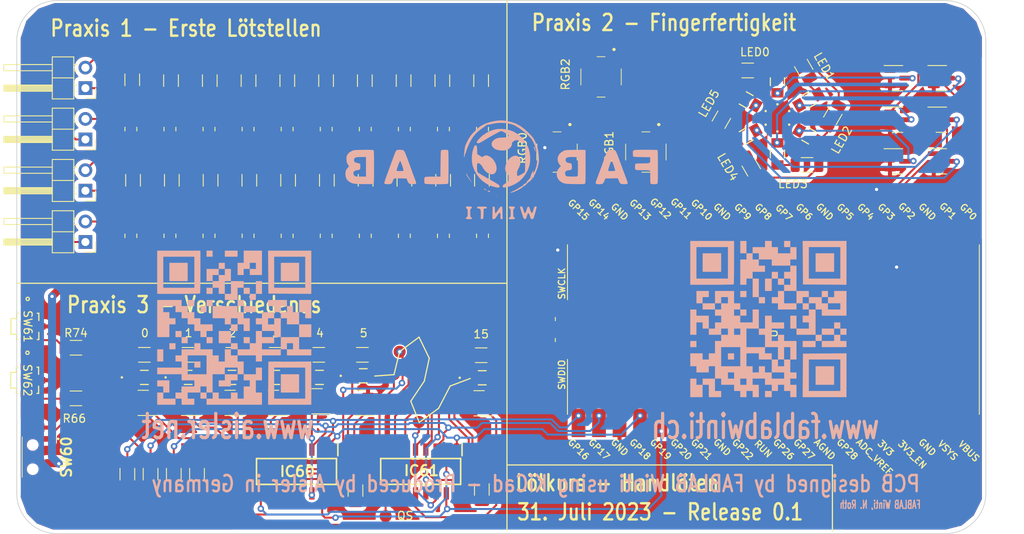
<source format=kicad_pcb>
(kicad_pcb (version 20221018) (generator pcbnew)
  (title_block (comment 4 "AISLER Project ID: UGYHWHAR"))
  (layers (0 "F.Cu" signal) (31 "B.Cu" signal) (34 "B.Paste" user) (35 "F.Paste" user) (36 "B.SilkS" user "B.Silkscreen") (37 "F.SilkS" user "F.Silkscreen") (38 "B.Mask" user) (39 "F.Mask" user) (44 "Edge.Cuts" user))
  (net 0 "")
  (net 1 "GND")
  (net 2 "Net-(LED66-DOUT)")
  (net 5 "Net-(LED67-DOUT)")
  (net 23 "/Praxis 3/led0")
  (net 27 "Net-(J10-Pin_1)")
  (net 28 "Net-(J10-Pin_2)")
  (net 29 "Net-(J11-Pin_1)")
  (net 30 "Net-(J11-Pin_2)")
  (net 31 "Net-(J12-Pin_1)")
  (net 32 "Net-(J12-Pin_2)")
  (net 33 "Net-(J13-Pin_1)")
  (net 34 "Net-(J13-Pin_2)")
  (net 35 "Net-(Q60-D)")
  (net 36 "Net-(LED60-Pad2)")
  (net 37 "Net-(Q61-D)")
  (net 38 "Net-(LED61-Pad2)")
  (net 39 "Net-(Q62-D)")
  (net 40 "Net-(LED62-Pad2)")
  (net 41 "Net-(Q63-D)")
  (net 42 "Net-(LED63-Pad2)")
  (net 43 "Net-(Q64-D)")
  (net 44 "Net-(LED64-Pad2)")
  (net 45 "Net-(Q65-D)")
  (net 46 "Net-(LED65-Pad2)")
  (net 47 "Net-(R11-Pad1)")
  (net 48 "Net-(R12-Pad2)")
  (net 49 "Net-(R13-Pad1)")
  (net 50 "Net-(R14-Pad2)")
  (net 51 "Net-(R10-Pad2)")
  (net 52 "Net-(R15-Pad1)")
  (net 53 "Net-(R16-Pad2)")
  (net 54 "Net-(R17-Pad1)")
  (net 55 "Net-(R18-Pad2)")
  (net 56 "Net-(R30-Pad2)")
  (net 57 "Net-(R31-Pad1)")
  (net 58 "Net-(R32-Pad2)")
  (net 59 "Net-(R33-Pad1)")
  (net 60 "Net-(R34-Pad2)")
  (net 61 "Net-(R35-Pad1)")
  (net 62 "Net-(R36-Pad2)")
  (net 63 "Net-(R37-Pad1)")
  (net 64 "Net-(R38-Pad2)")
  (net 65 "/Praxis 3/led1")
  (net 66 "/Praxis 3/led2")
  (net 67 "/Praxis 3/led3")
  (net 68 "Net-(IC60-Q8)")
  (net 69 "Net-(IC60-Q7)")
  (net 71 "/Praxis 3/led5")
  (net 72 "/Praxis 3/led4")
  (net 73 "Net-(IC61-Q1)")
  (net 74 "/+5V")
  (net 75 "Net-(IC60-QS)")
  (net 76 "Net-(IC61-Q2)")
  (net 77 "Net-(IC61-Q3)")
  (net 78 "Net-(IC61-Q4)")
  (net 79 "Net-(IC61-QS)")
  (net 80 "Net-(IC61-Q7)")
  (net 81 "Net-(Q66-D)")
  (net 82 "Net-(IC61-Q6)")
  (net 83 "Net-(IC61-Q5)")
  (net 84 "/Praxis 3/led15")
  (net 85 "Net-(LED69-Pad2)")
  (net 86 "Net-(Q67-D)")
  (net 87 "Net-(LED70-Pad2)")
  (net 88 "Net-(Q68-D)")
  (net 89 "Net-(LED71-Pad2)")
  (net 90 "Net-(Q69-D)")
  (net 91 "Net-(LED72-Pad2)")
  (net 92 "Net-(Q70-D)")
  (net 93 "Net-(LED73-Pad2)")
  (net 94 "Net-(Q71-D)")
  (net 95 "Net-(LED74-Pad2)")
  (net 96 "Net-(Q72-D)")
  (net 97 "Net-(LED75-Pad2)")
  (net 98 "Net-(R66-Pad1)")
  (net 99 "/en")
  (net 100 "/clk")
  (net 101 "/data")
  (net 102 "/strobe")
  (net 103 "/led_bus_din")
  (net 104 "/led1")
  (net 105 "/led2")
  (net 106 "/led3")
  (net 107 "/led4")
  (net 108 "/led5")
  (net 109 "/led6")
  (net 110 "Net-(R74-Pad1)")
  (net 112 "/+3V3")
  (net 114 "/Praxis 3/+5v0")
  (footprint "Resistor_SMD:R_0805_2012Metric" (layer "F.Cu") (at 134.156662 74.1225 90)
    (fp_text reference "R46" hide)
    (fp_text value "R" hide)
  )
  (footprint "FabLabWintiLibrary:LED_SML-LX1206SIC-TR_LUM" (layer "F.Cu") (at 117.643725 91.657737)
    (fp_text reference "LED71" hide)
    (fp_text value "SML-LX1206SIC-TR" hide)
  )
  (footprint "Resistor_SMD:R_0805_2012Metric" (layer "F.Cu") (at 114.805554 60.91 90)
    (fp_text reference "R22" hide)
    (fp_text value "R" hide)
  )
  (footprint "Resistor_SMD:R_1206_3216Metric" (layer "F.Cu") (at 105.3 54.81 90)
    (fp_text reference "R10" hide)
    (fp_text value "R" hide)
  )
  (footprint "NiksKiCadLibrary:TestPointSimpleSMD" (layer "F.Cu") (at 144.62445 92.82468)
    (fp_text reference "TP68" hide)
    (fp_text value "TestPoint" hide)
  )
  (footprint "Resistor_SMD:R_1206_3216Metric" (layer "F.Cu") (at 123.000325 88.863737)
    (fp_text reference "R70" hide)
    (fp_text value "R" hide)
  )
  (footprint "FabLabWintiLibrary:LED_SML-LX1206SIC-TR_LUM" (layer "F.Cu") (at 189.061479 57.2832 30)
    (fp_text reference "LED61" hide)
    (fp_text value "SML-LX1206SIC-TR" hide)
  )
  (footprint "Resistor_SMD:R_0805_2012Metric" (layer "F.Cu") (at 105.13 74.1225 90)
    (fp_text reference "R40" hide)
    (fp_text value "R" hide)
  )
  (footprint "Resistor_SMD:R_1206_3216Metric" (layer "F.Cu") (at 112.200325 88.863737)
    (fp_text reference "R68" hide)
    (fp_text value "R" hide)
  )
  (footprint "Resistor_SMD:R_1206_3216Metric" (layer "F.Cu") (at 133.800325 88.863737)
    (fp_text reference "R72" hide)
    (fp_text value "R" hide)
  )
  (footprint "NiksKiCadLibrary:TestPointSimpleSMD" (layer "F.Cu") (at 139.798923 94.512985)
    (fp_text reference "TP65" hide)
    (fp_text value "TestPoint" hide)
  )
  (footprint "Resistor_SMD:R_1206_3216Metric" (layer "F.Cu") (at 143.8 67.2475 90)
    (fp_text reference "R38" hide)
    (fp_text value "R" hide)
  )
  (footprint "FabLabWintiLibrary:LED_SML-LX1206SIC-TR_LUM" (layer "F.Cu") (at 181.31852 61.7536 -150)
    (fp_text reference "LED64" hide)
    (fp_text value "SML-LX1206SIC-TR" hide)
  )
  (footprint "FabLabWintiLibrary:LED_SML-LX1206SIC-TR_LUM" (layer "F.Cu") (at 123.065425 91.657737)
    (fp_text reference "LED72" hide)
    (fp_text value "SML-LX1206SIC-TR" hide)
  )
  (footprint "NiksKiCadLibrary:LTSTE563CEGBW" (layer "F.Cu") (at 163.35 54.45)
    (fp_text reference "LED67" hide)
    (fp_text value "LTST-E563CEGBW" hide)
  )
  (footprint "Resistor_SMD:R_1206_3216Metric" (layer "F.Cu") (at 115 67.2475 90)
    (fp_text reference "R32" hide)
    (fp_text value "R" hide)
  )
  (footprint "Package_TO_SOT_SMD:SOT-23" (layer "F.Cu") (at 205.4875 64.9)
    (fp_text reference "Q65" hide)
    (fp_text value "2N7002" hide)
  )
  (footprint "Connector_PinHeader_2.54mm:PinHeader_1x02_P2.54mm_Horizontal" (layer "F.Cu") (at 99.5 55.84 180)
    (fp_text reference "J10" hide)
    (fp_text value "Conn_01x02" hide)
  )
  (footprint "Package_TO_SOT_SMD:SOT-23" (layer "F.Cu") (at 205.4875 54.6)
    (fp_text reference "Q63" hide)
    (fp_text value "2N7002" hide)
  )
  (footprint "Resistor_SMD:R_1206_3216Metric" (layer "F.Cu") (at 181.95 65.65 120)
    (fp_text reference "R64" hide)
    (fp_text value "R" hide)
  )
  (footprint "Resistor_SMD:R_1206_3216Metric" (layer "F.Cu") (at 192.05 59.25 -120)
    (fp_text reference "R62" hide)
    (fp_text value "R" hide)
  )
  (footprint "Resistor_SMD:R_1206_3216Metric" (layer "F.Cu") (at 104.694843 103.63657 90)
    (fp_text reference "R75" hide)
    (fp_text value "10k" hide)
  )
  (footprint "Connector_PinHeader_2.54mm:PinHeader_1x02_P2.54mm_Horizontal" (layer "F.Cu") (at 99.5 62.19 180)
    (fp_text reference "J11" hide)
    (fp_text value "Conn_01x02" hide)
  )
  (footprint "Resistor_SMD:R_0805_2012Metric" (layer "F.Cu") (at 134.156662 60.91 90)
    (fp_text reference "R26" hide)
    (fp_text value "R" hide)
  )
  (footprint "FabLabWintiLibrary:LED_SML-LX1206SIC-TR_LUM" (layer "F.Cu") (at 181.31852 57.2832 150)
    (fp_text reference "LED65" hide)
    (fp_text value "SML-LX1206SIC-TR" hide)
  )
  (footprint "Resistor_SMD:R_0805_2012Metric" (layer "F.Cu") (at 114.805554 74.1225 90)
    (fp_text reference "R42" hide)
    (fp_text value "R" hide)
  )
  (footprint "Package_TO_SOT_SMD:SOT-23" (layer "F.Cu") (at 122.800327 94.813737 180)
    (fp_text reference "Q69" hide)
    (fp_text value "2N7002" hide)
  )
  (footprint "Package_TO_SOT_SMD:SOT-23" (layer "F.Cu") (at 200.0625 59.75)
    (fp_text reference "Q61" hide)
    (fp_text value "2N7002" hide)
  )
  (footprint "Capacitor_SMD:C_1206_3216Metric" (layer "F.Cu") (at 132.939894 105.670734 90)
    (fp_text reference "C61" hide)
    (fp_text value "100n" hide)
  )
  (footprint "FabLabWintiLibrary:LED_SML-LX1206SIC-TR_LUM" (layer "F.Cu") (at 112.222025 91.657737)
    (fp_text reference "LED70" hide)
    (fp_text value "SML-LX1206SIC-TR" hide)
  )
  (footprint "NiksKiCadLibrary:SOIC-16-SOIC127P600X175-16N" (layer "F.Cu") (at 141.015781 103.303463 -90)
    (fp_text reference "IC61")
    (fp_text value "HCF4094YM013TR" hide)
  )
  (footprint "Resistor_SMD:R_0805_2012Metric" (layer "F.Cu") (at 105.13 60.91 90)
    (fp_text reference "R20" hide)
    (fp_text value "R" hide)
  )
  (footprint "Package_TO_SOT_SMD:SOT-23" (layer "F.Cu") (at 112.041995 94.813737 180)
    (fp_text reference "Q67" hide)
    (fp_text value "2N7002" hide)
  )
  (footprint "Resistor_SMD:R_1206_3216Metric" (layer "F.Cu") (at 124.6 67.2475 90)
    (fp_text reference "R34" hide)
    (fp_text value "R" hide)
  )
  (footprint "NiksKiCadLibrary:SW_B3U-3100P_OMR" (layer "F.Cu") (at 92.324404 92.010774 -90)
    (fp_text reference "SW62")
    (fp_text value "B3U-3100P")
  )
  (footprint "NiksKiCadLibrary:TestPointSimpleSMD" (layer "F.Cu") (at 136.672793 108.838089)
    (fp_text reference "TP69" hide)
    (fp_text value "TestPoint" hide)
  )
  (footprint "Connector_PinHeader_2.54mm:PinHeader_1x02_P2.54mm_Horizontal" (layer "F.Cu") (at 99.5 68.54 180)
    (fp_text reference "J12" hide)
    (fp_text value "Conn_01x02" hide)
  )
  (footprint "Package_TO_SOT_SMD:SOT-23" (layer "F.Cu") (at 117.421161 94.813737 180)
    (fp_text reference "Q68" hide)
    (fp_text value "2N7002" hide)
  )
  (footprint "Package_TO_SOT_SMD:SOT-23" (layer "F.Cu") (at 133.558659 94.813737 180)
    (fp_text reference "Q71" hide)
    (fp_text value "2N7002" hide)
  )
  (footprint "Resistor_SMD:R_1206_3216Metric" (layer "F.Cu") (at 134.1 54.91 90)
    (fp_text reference "R16" hide)
    (fp_text value "R" hide)
  )
  (footprint "Resistor_SMD:R_0805_2012Metric" (layer "F.Cu") (at 148.67 74.1225 90)
    (fp_text reference "R49" hide)
    (fp_text value "R" hide)
  )
  (footprint "Package_TO_SOT_SMD:SOT-23" (layer "F.Cu") (at 106.662825 94.813737 180)
    (fp_text reference "Q66" hide)
    (fp_text value "2N7002" hide)
  )
  (footprint "Resistor_SMD:R_1206_3216Metric" (layer "F.Cu") (at 110.1 54.91 90)
    (fp_text reference "R11" hide)
    (fp_text value "R" hide)
  )
  (footprint "Resistor_SMD:R_0805_2012Metric" (layer "F.Cu") (at 138.994439 60.91 90)
    (fp_text reference "R27" hide)
    (fp_text value "R" hide)
  )
  (footprint "Resistor_SMD:R_1206_3216Metric" (layer "F.Cu") (at 148.507135 88.91053)
    (fp_text reference "R73" hide)
    (fp_text value "R" hide)
  )
  (footprint "Package_TO_SOT_SMD:SOT-23" (layer "F.Cu") (at 200.0625 64.9)
    (fp_text reference "Q62" hide)
    (fp_text value "2N7002" hide)
  )
  (footprint "Resistor_SMD:R_0805_2012Metric" (layer "F.Cu") (at 119.643331 60.91 90)
    (fp_text reference "R23" hide)
    (fp_text value "R" hide)
  )
  (footprint "Resistor_SMD:R_1206_3216Metric" (layer "F.Cu") (at 117.600325 88.863737)
    (fp_text reference "R69" hide)
    (fp_text value "R" hide)
  )
  (footprint "NiksKiCadLibrary:TestPointSimpleSMD" (layer "F.Cu") (at 143.276326 95.495729)
    (fp_text reference "TP67" hide)
    (fp_text value "TestPoint" hide)
  )
  (footprint "Resistor_SMD:R_1206_3216Metric" (layer "F.Cu") (at 178.25 59.75 60)
    (fp_text reference "R65" hide)
    (fp_text value "R" hide)
  )
  (footprint "NiksKiCadLibrary:SOIC-16-SOIC127P600X175-16N" (layer "F.Cu") (at 125.64005 103.30815 -90)
    (fp_text reference "IC60")
    (fp_text value "HCF4094YM013TR" hide)
  )
  (footprint "Resistor_SMD:R_1206_3216Metric" (layer "F.Cu") (at 113.318899 103.63657 90)
    (fp_text reference "R78" hide)
    (fp_text value "10k" hide)
  )
  (footprint "Resistor_SMD:R_0805_2012Metric" (layer "F.Cu") (at 138.994439 74.1225 90)
    (fp_text reference "R47" hide)
    (fp_text value "R" hide)
  )
  (footprint "Resistor_SMD:R_1206_3216Metric" (layer "F.Cu") (at 124.5 54.91 90)
    (fp_text reference "R14" hide)
    (fp_text value "R" hide)
  )
  (footprint "FabLabWintiLibrary:RPi_Pico_SMD_TH" (layer "F.Cu") (at 184.69 85.732 -90)
    (fp_text reference "U2")
    (fp_text value "RPi-Pico")
  )
  (footprint "Resistor_SMD:R_1206_3216Metric" (layer "F.Cu") (at 188.85 65.35 180)
    (fp_text reference "R63" hide)
    (fp_text value "R" hide)
  )
  (footprint "Resistor_SMD:R_0805_2012Metric" (layer "F.Cu") (at 143.832216 74.1225 90)
    (fp_text reference "R48" hide)
    (fp_text value "R" hide)
  )
  (footprint "Resistor_SMD:R_1206_3216Metric" (layer "F.Cu") (at 114.9 54.91 90)
    (fp_text reference "R12" hide)
    (fp_text value "R" hide)
  )
  (footprint "Connector_PinHeader_2.54mm:PinHeader_1x02_P2.54mm_Horizontal" (layer "F.Cu") (at 99.5 74.89 180)
    (fp_text reference "J13" hide)
    (fp_text value "Conn_01x02" hide)
  )
  (footprint "FabLabWintiLibrary:LED_SML-LX1206SIC-TR_LUM" (layer "F.Cu") (at 185.19 63.9888 -90)
    (fp_text reference "LED63" hide)
    (fp_text value "SML-LX1206SIC-TR" hide)
  )
  (footprint "Resistor_SMD:R_0805_2012Metric" (layer "F.Cu") (at 129.318885 60.91 90)
    (fp_text reference "R25" hide)
    (fp_text value "R" hide)
  )
  (footprint "Resistor_SMD:R_0805_2012Metric" (layer "F.Cu") (at 124.481108 74.1225 90)
    (fp_text reference "R44" hide)
    (fp_text value "R" hide)
  )
  (footprint "FabLabWintiLibrary:LED_SML-LX1206SIC-TR_LUM" (layer "F.Cu") (at 185.19 55.048 90)
    (fp_text reference "LED60" hide)
    (fp_text value "SML-LX1206SIC-TR" hide)
  )
  (footprint "NiksKiCadLibrary:TestPointSimpleSMD" (layer "F.Cu") (at 138.413001 88.477926)
    (fp_text reference "TP61" hide)
    (fp_text value "TestPoint" hide)
  )
  (footprint "NiksKiCadLibrary:TestPointSimpleSMD" (layer "F.Cu") (at 140.781667 86.701427)
    (fp_text reference "TP62" hide)
    (fp_text value "TestPoint" hide)
  )
  (footprint "NiksKiCadLibrary:LTSTE563CEGBW" (layer "F.Cu") (at 168.9 63.75)
    (fp_text reference "LED68" hide)
    (fp_text value "LTST-E563CEGBW" hide)
  )
  (footprint "Resistor_SMD:R_1206_3216Metric" (layer "F.Cu") (at 107.569528 103.63657 90)
    (fp_text reference "R76" hide)
    (fp_text value "10k" hide)
  )
  (footprint "Resistor_SMD:R_1206_3216Metric" (layer "F.Cu") (at 106.800325 88.863737)
    (fp_text reference "R67" hide)
    (fp_text value "R" hide)
  )
  (footprint "Resistor_SMD:R_0805_2012Metric" (layer "F.Cu") (at 124.481108 60.91 90)
    (fp_text reference "R24" hide)
    (fp_text value "R" hide)
  )
  (footprint "FabLabWintiLibrary:LED_SML-LX1206SIC-TR_LUM" (layer "F.Cu") (at 128.487125 91.657737)
    (fp_text reference "LED73" hide)
    (fp_text value "SML-LX1206SIC-TR" hide)
  )
  (footprint "FabLabWintiLibrary:LED_SML-LX1206SIC-TR_LUM" (layer "F.Cu") (at 133.908825 91.457737)
    (fp_text reference "LED74" hide)
    (fp_text value "SML-LX1206SIC-TR" hide)
  )
  (footprint "Resistor_SMD:R_1206_3216Metric" (layer "F.Cu") (at 148.5 54.91 90)
    (fp_text reference "R19" hide)
    (fp_text value "R" hide)
  )
  (footprint "Resistor_SMD:R_1206_3216Metric" (layer "F.Cu") (at 98.329151 94.25208)
    (fp_text reference "R66")
    (fp_text value "330R" hide)
  )
  (footprint "Resistor_SMD:R_1206_3216Metric" (layer "F.Cu") (at 110.2 67.2475 90)
    (fp_text reference "R31" hide)
    (fp_text value "R" hide)
  )
  (footprint "Package_TO_SOT_SMD:SOT-23" (layer "F.Cu") (at 205.4875 59.75)
    (fp_text reference "Q64" hide)
    (fp_text value "2N7002" hide)
  )
  (footprint "Resistor_SMD:R_0805_2012Metric" (layer "F.Cu") (at 148.67 60.91 90)
    (fp_text reference "R29" hide)
    (fp_text value "R" hide)
  )
  (footprint "Resistor_SMD:R_1206_3216Metric" (layer "F.Cu") (at 110.444213 103.63657 90)
    (fp_text reference "R77" hide)
    (fp_text value "10k" hide)
  )
  (footprint "Resistor_SMD:R_1206_3216Metric" (layer "F.Cu") (at 129.4 67.2475 90)
    (fp_text reference "R35" hide)
    (fp_text value "R" hide)
  )
  (footprint "FabLabWintiLibrary:LED_SML-LX1206SIC-TR_LUM" (layer "F.Cu") (at 189.061479 61.7536 -30)
    (fp_text reference "LED62" hide)
    (fp_text value "SML-LX1206SIC-TR" hide)
  )
  (footprint "NiksKiCadLibrary:TestPointSimpleSMD" (layer "F.Cu") (at 140.794267 97.171434)
    (fp_text reference "TP66" hide)
    (fp_text value "TestPoint" hide)
  )
  (footprint "Resistor_SMD:R_0805_2012Metric" (layer "F.Cu") (at 129.318885 74.1225 90)
    (fp_text reference "R45" hide)
    (fp_text value "R" hide)
  )
  (footprint "Resistor_SMD:R_1206_3216Metric" (layer "F.Cu") (at 181.5125 53.65)
    (fp_text reference "R60" hide)
    (fp_text value "R" hide)
  )
  (footprint "Resistor_SMD:R_1206_3216Metric" (layer "F.Cu") (at 143.7 54.91 90)
    (fp_text reference "R18" hide)
    (fp_text value "R" hide)
  )
  (footprint "Resistor_SMD:R_1206_3216Metric" (layer "F.Cu") (at 119.7 54.91 90)
    (fp_text reference "R13" hide)
    (fp_text value "R" hide)
  )
  (footprint "NiksKiCadLibrary:LTSTE563CEGBW" (layer "F.Cu") (at 157.9 63.75)
    (fp_text reference "LED66" hide)
    (fp_text value "LTST-E563CEGBW" hide)
  )
  (footprint "Resistor_SMD:R_0805_2012Metric" (layer "F.Cu") (at 109.967777 60.91 90)
    (fp_text reference "R21" hide)
    (fp_text value "R" hide)
  )
  (footprint "Resistor_SMD:R_0805_2012Metric" (layer "F.Cu") (at 143.832216 60.91 90)
    (fp_text reference "R28" hide)
    (fp_text value "R" hide)
  )
  (footprint "Resistor_SMD:R_1206_3216Metric" (layer "F.Cu") (at 119.8 67.2475 90)
    (fp_text reference "R33" hide)
    (fp_text value "R" hide)
  )
  (footprint "Resistor_SMD:R_0805_2012Metric" (layer "F.Cu") (at 109.967777 74.1225 90)
    (fp_text reference "R41" hide)
    (fp_text value "R" hide)
  )
  (footprint "Resistor_SMD:R_1206_3216Metric" (layer "F.Cu") (at 188.45 53.35 -60)
    (fp_text reference "R61" hide)
    (fp_text value "R" hide)
  )
  (footprint "Resistor_SMD:R_1206_3216Metric" (layer "F.Cu") (at 134.2 67.2475 90)
    (fp_text reference "R36" hide)
    (fp_text value "R" hide)
  )
  (footprint "Resistor_SMD:R_1206_3216Metric" (layer "F.Cu") (at 128.400325 88.863737)
    (fp_text reference "R71" hide)
    (fp_text value "R" hide)
  )
  (footprint "Resistor_SMD:R_1206_3216Metric" (layer "F.Cu") (at 129.3 54.91 90)
    (fp_text reference "R15" hide)
    (fp_text value "R" hide)
  )
  (footprint "NiksKiCadLibrary:TestPointSimpleSMD" (layer "F.Cu") (at 137.699567 91.260794)
    (fp_text reference "TP60" hide)
    (fp_text value "TestPoint" hide)
  )
  (footprint "Resistor_SMD:R_1206_3216Metric" (layer "F.Cu") (at 98.329151 87.982819)
    (fp_text reference "R74")
    (fp_text value "330R" hide)
  )
  (footprint "FabLabWintiLibrary:LED_SML-LX1206SIC-TR_LUM" (layer "F.Cu") (at 106.800325 91.657737)
    (fp_text reference "LED69" hide)
    (fp_text value "SML-LX1206SIC-TR" hide)
  )
  (footprint "NiksKiCadLibrary:TestPointSimpleSMD" (layer "F.Cu") (at 141.991199 89.284281)
    (fp_text reference "TP63" hide)
    (fp_text value "TestPoint" hide)
  )
  (footprint "Package_TO_SOT_SMD:SOT-23" (layer "F.Cu") (at 148.244635 94.86053 180)
    (fp_text reference "Q72" hide)
    (fp_text value "2N7002" hide)
  )
  (footprint "Package_TO_SOT_SMD:SOT-23" (layer "F.Cu") (at 200.0625 54.6)
    (fp_text reference "Q60" hide)
    (fp_text value "2N7002" hide)
  )
  (footprint "Resistor_SMD:R_1206_3216Metric" (layer "F.Cu") (at 105.4 67.2475 90)
    (fp_text reference "R30" hide)
    (fp_text value "R" hide)
  )
  (footprint "Package_TO_SOT_SMD:SOT-23" (layer "F.Cu") (at 128.179493 94.613737 180)
    (fp_text reference "Q70" hide)
    (fp_text value "2N7002" hide)
  )
  (footprint "Resistor_SMD:R_0805_2012Metric" (layer "F.Cu") (at 119.643331 74.1225 90)
    (fp_text reference "R43" hide)
    (fp_text value "R" hide)
  )
  (footprint "Capacitor_SMD:C_1206_3216Metric" (layer "F.Cu") (at 148.585863 105.539912 90)
    (fp_text reference "C62" hide)
    (fp_text value "100n" hide)
  )
  (footprint "NiksKiCadLibrary:TestPointSimpleSMD" (layer "F.Cu") (at 141.487227 92.093922)
    (fp_text reference "TP64" hide)
    (fp_text value "TestPoint" hide)
  )
  (footprint "NiksKiCadLibrary:SW_B3U-3100P_OMR" (layer "F.Cu") (at 92.357535 85.342251 -90)
    (fp_text reference "SW61")
    (fp_text value "B3U-3100P")
  )
  (footprint "Resistor_SMD:R_1206_3216Metric" (layer "F.Cu") (at 138.9 54.91 90)
    (fp_text reference "R17" hide)
    (fp_text value "R" hide)
  )
  (footprint "Resistor_SMD:R_1206_3216Metric" (layer "F.Cu") (at 148.6 67.2475 90)
    (fp_text reference "R39" hide)
    (fp_text value "R" hide)
  )
  (footprint "NiksKiCadLibrary:MSS3VTR" (layer "F.Cu") (at 92.974528 101.522693 -90)
    (fp_text reference "SW60")
    (fp_text value "MSS3-V-T/R" hide)
  )
  (footprint "FabLabWintiLibrary:LED_SML-LX1206SIC-TR_LUM" (layer "F.Cu") (at 148.637335 91.70453)
    (fp_text reference "LED75" hide)
    (fp_text value "SML-LX1206SIC-TR" hide)
  )
  (footprint "Resistor_SMD:R_1206_3216Metric" (layer "F.Cu") (at 139 67.2475 90)
    (fp_text reference "R37" hide)
    (fp_text value "R" hide)
  )
  (footprint "Graphics:FabLabQrCode" (layer "B.Cu") (at 184 84.5 180)
    (fp_text reference "G***" hide)
    (fp_text value "LOGO" hide)
  )
  (footprint "Graphics:AislerQrCode" (layer "B.Cu") (at 118 85.5 180)
    (fp_text reference "G***" hide)
    (fp_text value "LOGO" hide)
  )
  (footprint "Graphics:FabLabLogo" (layer "B.Cu") (at 151 66 180)
    (fp_text reference "G***" hide)
    (fp_text value "LOGO" hide)
  )
  (gr_line (start 137.713305 91.316722) (end 135.324883 91.487718) (stroke (width 0.15)) (layer "F.SilkS"))
  (gr_line (start 137.713305 91.316722) (end 138.406491 88.462424) (stroke (width 0.15)) (layer "F.SilkS"))
  (gr_line (start 139.792864 94.599164) (end 140.832644 97.229196) (stroke (width 0.15)) (layer "F.SilkS"))
  (gr_line (start 138.406491 88.462424) (end 140.812256 86.668294) (stroke (width 0.15)) (layer "F.SilkS"))
  (gr_line (start 192 102.5) (end 192 110.7) (stroke (width 0.15)) (layer "F.SilkS"))
  (gr_line (start 151.7 110.6) (end 151.7 45) (stroke (width 0.15)) (layer "F.SilkS"))
  (gr_line (start 140.812256 86.668294) (end 142.076303 89.277938) (stroke (width 0.15)) (layer "F.SilkS"))
  (gr_line (start 142.076303 89.277938) (end 141.464667 92.111848) (stroke (width 0.15)) (layer "F.SilkS"))
  (gr_line (start 143.23841 95.475841) (end 144.665558 92.723483) (stroke (width 0.15)) (layer "F.SilkS"))
  (gr_line (start 144.665558 92.723483) (end 147.152875 91.785642) (stroke (width 0.15)) (layer "F.SilkS"))
  (gr_line (start 91 80) (end 151.7 80) (stroke (width 0.15)) (layer "F.SilkS"))
  (gr_line (start 141.464667 92.111848) (end 139.792864 94.599164) (stroke (width 0.15)) (layer "F.SilkS"))
  (gr_line (start 151.7 102.5) (end 192 102.5) (stroke (width 0.15)) (layer "F.SilkS"))
  (gr_line (start 140.832644 97.229196) (end 143.23841 95.475841) (stroke (width 0.15)) (layer "F.SilkS"))
  (gr_arc (start 206 45) (mid 209.535534 46.464466) (end 211 50) (stroke (width 0.1)) (layer "Edge.Cuts"))
  (gr_arc (start 96 111) (mid 92.464466 109.535534) (end 91 106) (stroke (width 0.1)) (layer "Edge.Cuts"))
  (gr_arc (start 91 50) (mid 92.464466 46.464466) (end 96 45) (stroke (width 0.1)) (layer "Edge.Cuts"))
  (gr_line (start 96 45) (end 206 45) (stroke (width 0.1)) (layer "Edge.Cuts"))
  (gr_line (start 91 106) (end 91 50) (stroke (width 0.1)) (layer "Edge.Cuts"))
  (gr_line (start 211 50) (end 211 106) (stroke (width 0.1)) (layer "Edge.Cuts"))
  (gr_line (start 206 111) (end 96 111) (stroke (width 0.1)) (layer "Edge.Cuts"))
  (gr_arc (start 211 106) (mid 209.535534 109.535534) (end 206 111) (stroke (width 0.1)) (layer "Edge.Cuts"))
  (gr_text "www.aisler.net" (at 128 99.5) (layer "B.SilkS") (effects (font (size 3 2) (thickness 0.4) bold) (justify left bottom mirror)))
  (gr_text "PCB designed by FABLAB Winti using KiCad - Produced by Aisler in Germany" (at 203 106) (layer "B.SilkS") (effects (font (size 2 1.6) (thickness 0.3) bold) (justify left bottom mirror)))
  (gr_text "FABLAB Winti, N. Roth" (at 203 108) (layer "B.SilkS") (effects (font (size 1 0.6) (thickness 0.15) bold) (justify left bottom mirror)))
  (gr_text "www.fablabwinti.ch" (at 198 99.5) (layer "B.SilkS") (effects (font (size 3 2) (thickness 0.4) bold) (justify left bottom mirror)))
  (gr_text "RGB1" (at 164.946385 65.197128 90) (layer "F.SilkS") (effects (font (size 1 1)) (justify left bottom)))
  (gr_text "15" (at 147.449419 86.892525) (layer "F.SilkS") (effects (font (size 1 1)) (justify left bottom)))
  (gr_text "RGB0" (at 154.212187 65.334746 90) (layer "F.SilkS") (effects (font (size 1 1)) (justify left bottom)))
  (gr_text "LED2" (at 192.700869 64.22475 60) (layer "F.SilkS") (effects (font (size 1 1)) (justify left bottom)))
  (gr_text "LED4" (at 177.562897 64.22475 300) (layer "F.SilkS") (effects (font (size 1 1)) (justify left bottom)))
  (gr_text "0\n" (at 106.283997 86.757031) (layer "F.SilkS") (effects (font (size 1 1)) (justify left bottom)))
  (gr_text "RGB2" (at 159.533414 56.20609 90) (layer "F.SilkS") (effects (font (size 1 1)) (justify left bottom)))
  (gr_text "LED3\n" (at 185.177756 68.292124) (layer "F.SilkS") (effects (font (size 1 1)) (justify left bottom)))
  (gr_text "2" (at 117.122173 86.757031) (layer "F.SilkS") (effects (font (size 1 1)) (justify left bottom)))
  (gr_text "5" (at 133.379437 86.757031) (layer "F.SilkS") (effects (font (size 1 1)) (justify left bottom)))
  (gr_text "LED0" (at 180.468165 51.961464) (layer "F.SilkS") (effects (font (size 1 1)) (justify left bottom)))
  (gr_text "Lötkurs - Handlöten" (at 152.6 105.9) (layer "F.SilkS") (effects (font (size 2 1.6) (thickness 0.3) bold) (justify left bottom)))
  (gr_text "LED1" (at 189.520366 51.747391 300) (layer "F.SilkS") (effects (font (size 1 1)) (justify left bottom)))
  (gr_text "1" (at 111.703085 86.757031) (layer "F.SilkS") (effects (font (size 1 1)) (justify left bottom)))
  (gr_text "4" (at 127.960349 86.757031) (layer "F.SilkS") (effects (font (size 1 1)) (justify left bottom)))
  (gr_text "3" (at 122.541261 86.757031) (layer "F.SilkS") (effects (font (size 1 1)) (justify left bottom)))
  (gr_text "Praxis 1 - Erste Lötstellen" (at 95 49.6) (layer "F.SilkS") (effects (font (size 2 1.6) (thickness 0.3) bold) (justify left bottom)))
  (gr_text "Praxis 3 - Verschiedenes" (at 97.049286 83.837798) (layer "F.SilkS") (effects (font (size 2 1.6) (thickness 0.3) bold) (justify left bottom)))
  (gr_text "Praxis 2 - Fingerfertigkeit" (at 154.6 48.9) (layer "F.SilkS") (effects (font (size 2 1.6) (thickness 0.3) bold) (justify left bottom)))
  (gr_text "QS" (at 137.992646 109.376385) (layer "F.SilkS") (effects (font (size 1 1)) (justify left bottom)))
  (gr_text "31. Juli 2023 - Release 0.1" (at 152.8 109.5) (layer "F.SilkS") (effects (font (size 2 1.6) (thickness 0.3) bold) (justify left bottom)))
  (gr_text "LED5\n" (at 176.252978 59.703746 60) (layer "F.SilkS") (effects (font (size 1 1)) (justify left bottom)))
  (segment (start 160.875 59.328385) (end 160.003785 58.45717) (width 0.25) (layer "F.Cu") (net 2))
  (segment (start 159.55 66) (end 160.875 64.675) (width 0.25) (layer "F.Cu") (net 2))
  (segment (start 160.003785 58.45717) (end 160.003785 53.896215) (width 0.25) (layer "F.Cu") (net 2))
  (segment (start 160.875 64.675) (end 160.875 59.328385) (width 0.25) (layer "F.Cu") (net 2))
  (segment (start 160.003785 53.896215) (end 161.7 52.2) (width 0.25) (layer "F.Cu") (net 2))
  (segment (start 165 59.25) (end 167.25 61.5) (width 0.25) (layer "F.Cu") (net 5))
  (segment (start 165 56.7) (end 165 59.25) (width 0.25) (layer "F.Cu") (net 5))
  (segment (start 126.27505 100.961276) (end 126.27505 100.59615) (width 0.25) (layer "F.Cu") (net 23))
  (segment (start 107.600325 95.763737) (end 111.017193 99.180605) (width 0.25) (layer "F.Cu") (net 23))
  (segment (start 116.076813 99.180605) (end 120.144187 103.247979) (width 0.25) (layer "F.Cu") (net 23))
  (segment (start 123.988347 103.247979) (end 126.27505 100.961276) (width 0.25) (layer "F.Cu") (net 23))
  (segment (start 111.017193 99.180605) (end 116.076813 99.180605) (width 0.25) (layer "F.Cu") (net 23))
  (segment (start 120.144187 103.247979) (end 123.988347 103.247979) (width 0.25) (layer "F.Cu") (net 23))
  (segment (start 104.8675 55.84) (end 105.3 56.2725) (width 0.25) (layer "F.Cu") (net 27))
  (segment (start 99.5 55.84) (end 104.8675 55.84) (width 0.25) (layer "F.Cu") (net 27))
  (segment (start 147.847632 50.170337) (end 102.629663 50.170337) (width 0.25) (layer "F.Cu") (net 28))
  (segment (start 149.397153 51.719858) (end 147.847632 50.170337) (width 0.25) (layer "F.Cu") (net 28))
  (segment (start 150.792587 52.616923) (end 149.895522 51.719858) (width 0.25) (layer "F.Cu") (net 28))
  (segment (start 149.895522 51.719858) (end 149.397153 51.719858) (width 0.25) (layer "F.Cu") (net 28))
  (segment (start 102.629663 50.170337) (end 99.5 53.3) (width 0.25) (layer "F.Cu") (net 28))
  (segment (start 148.5 56.3725) (end 150.11784 56.3725) (width 0.25) (layer "F.Cu") (net 28))
  (segment (start 150.792587 55.697753) (end 150.792587 52.616923) (width 0.25) (layer "F.Cu") (net 28))
  (segment (start 150.11784 56.3725) (end 150.792587 55.697753) (width 0.25) (layer "F.Cu") (net 28))
  (segment (start 97.527016 61.410667) (end 97.527016 58.950534) (width 0.25) (layer "F.Cu") (net 29))
  (segment (start 101.27838 57.876774) (end 98.600776 57.876774) (width 0.25) (layer "F.Cu") (net 29))
  (segment (start 98.30635 62.19) (end 99.5 62.19) (width 0.25) (layer "F.Cu") (net 29))
  (segment (start 105.13 59.9975) (end 148.67 59.9975) (width 0.25) (layer "F.Cu") (net 29))
  (segment (start 97.527016 58.950534) (end 98.600776 57.876774) (width 0.25) (layer "F.Cu") (net 29))
  (segment (start 97.527016 61.410667) (end 98.30635 62.19) (width 0.25) (layer "F.Cu") (net 29))
  (segment (start 105.13 59.9975) (end 103.399106 59.9975) (width 0.25) (layer "F.Cu") (net 29))
  (segment (start 103.399106 59.9975) (end 101.27838 57.876774) (width 0.25) (layer "F.Cu") (net 29))
  (segment (start 99.5 59.65) (end 101.493918 59.65) (width 0.25) (layer "F.Cu") (net 30))
  (segment (start 148.67 61.8225) (end 105.13 61.8225) (width 0.25) (layer "F.Cu") (net 30))
  (segment (start 101.493918 59.65) (end 103.491239 61.647321) (width 0.25) (layer "F.Cu") (net 30))
  (segment (start 104.954821 61.647321) (end 105.13 61.8225) (width 0.25) (layer "F.Cu") (net 30))
  (segment (start 103.491239 61.647321) (end 104.954821 61.647321) (width 0.25) (layer "F.Cu") (net 30))
  (segment (start 105.23 68.54) (end 105.4 68.71) (width 0.25) (layer "F.Cu") (net 31))
  (segment (start 99.5 68.54) (end 105.23 68.54) (width 0.25) (layer "F.Cu") (net 31))
  (segment (start 151.12127 67.608854) (end 151.12127 64.605045) (width 0.25) (layer "F.Cu") (net 32))
  (segment (start 150.482451 63.966226) (end 101.533774 63.966226) (width 0.25) (layer "F.Cu") (net 32))
  (segment (start 148.6 68.71) (end 150.020124 68.71) (width 0.25) (layer "F.Cu") (net 32))
  (segment (start 151.12127 64.605045) (end 150.482451 63.966226) (width 0.25) (layer "F.Cu") (net 32))
  (segment (start 150.020124 68.71) (end 151.12127 67.608854) (width 0.25) (layer "F.Cu") (net 32))
  (segment (start 101.533774 63.966226) (end 99.5 66) (width 0.25) (layer "F.Cu") (net 32))
  (segment (start 98.043081 74.89) (end 96.696212 73.543131) (width 0.25) (layer "F.Cu") (net 33))
  (segment (start 96.696212 71.239305) (end 97.328235 70.607282) (width 0.25) (layer "F.Cu") (net 33))
  (segment (start 99.5 74.89) (end 98.043081 74.89) (width 0.25) (layer "F.Cu") (net 33))
  (segment (start 97.328235 70.607282) (end 102.527282 70.607282) (width 0.25) (layer "F.Cu") (net 33))
  (segment (start 102.527282 70.607282) (end 105.13 73.21) (width 0.25) (layer "F.Cu") (net 33))
  (segment (start 96.696212 73.543131) (end 96.696212 71.239305) (width 0.25) (layer "F.Cu") (net 33))
  (segment (start 148.67 73.21) (end 105.13 73.21) (width 0.25) (layer "F.Cu") (net 33))
  (segment (start 148.67 75.035) (end 105.13 75.035) (width 0.25) (layer "F.Cu") (net 34))
  (segment (start 100.824307 72.35) (end 103.509307 75.035) (width 0.25) (layer "F.Cu") (net 34))
  (segment (start 103.509307 75.035) (end 105.13 75.035) (width 0.25) (layer "F.Cu") (net 34))
  (segment (start 99.5 72.35) (end 100.824307 72.35) (width 0.25) (layer "F.Cu") (net 34))
  (segment (start 201.891092 54.6) (end 201.905916 54.614824) (width 0.25) (layer "F.Cu") (net 35))
  (segment (start 185.19 56.442954) (end 185.211972 56.464926) (width 0.25) (layer "F.Cu") (net 35))
  (segment (start 201 54.6) (end 201.891092 54.6) (width 0.25) (layer "F.Cu") (net 35))
  (segment (start 185.19 56.4168) (end 185.19 56.442954) (width 0.25) (layer "F.Cu") (net 35))
  (via (at 185.211972 56.464926) (size 0.8) (drill 0.4) (layers "F.Cu" "B.Cu") (net 35))
  (via (at 201.905916 54.614824) (size 0.8) (drill 0.4) (layers "F.Cu" "B.Cu") (net 35))
  (segment (start 201.821392 54.5303) (end 201.905916 54.614824) (width 0.25) (layer "B.Cu") (net 35))
  (segment (start 185.211972 56.464926) (end 187.146598 54.5303) (width 0.25) (layer "B.Cu") (net 35))
  (segment (start 187.146598 54.5303) (end 201.821392 54.5303) (width 0.25) (layer "B.Cu") (net 35))
  (segment (start 185.1608 53.65) (end 185.19 53.6792) (width 0.25) (layer "F.Cu") (net 36))
  (segment (start 182.975 53.65) (end 185.1608 53.65) (width 0.25) (layer "F.Cu") (net 36))
  (segment (start 187.876063 57.9676) (end 187.924742 57.9676) (width 0.25) (layer "F.Cu") (net 37))
  (segment (start 187.924742 57.9676) (end 187.933343 57.976201) (width 0.25) (layer "F.Cu") (net 37))
  (segment (start 201.734821 59.75) (end 201.766082 59.718739) (width 0.25) (layer "F.Cu") (net 37))
  (segment (start 201 59.75) (end 201.734821 59.75) (width 0.25) (layer "F.Cu") (net 37))
  (via (at 187.933343 57.976201) (size 0.8) (drill 0.4) (layers "F.Cu" "B.Cu") (net 37))
  (via (at 201.766082 59.718739) (size 0.8) (drill 0.4) (layers "F.Cu" "B.Cu") (net 37))
  (segment (start 187.933343 57.976201) (end 200.023544 57.976201) (width 0.25) (layer "B.Cu") (net 37))
  (segment (start 200.023544 57.976201) (end 201.766082 59.718739) (width 0.25) (layer "B.Cu") (net 37))
  (segment (start 189.18125 55.533155) (end 190.246895 56.5988) (width 0.25) (layer "F.Cu") (net 38))
  (segment (start 189.18125 54.616562) (end 189.18125 55.533155) (width 0.25) (layer "F.Cu") (net 38))
  (segment (start 201.984538 64.9) (end 202.024236 64.860302) (width 0.25) (layer "F.Cu") (net 39))
  (segment (start 187.876063 61.102817) (end 187.890318 61.117072) (width 0.25) (layer "F.Cu") (net 39))
  (segment (start 187.876063 61.0692) (end 187.876063 61.102817) (width 0.25) (layer "F.Cu") (net 39))
  (segment (start 201 64.9) (end 201.984538 64.9) (width 0.25) (layer "F.Cu") (net 39))
  (via (at 202.024236 64.860302) (size 0.8) (drill 0.4) (layers "F.Cu" "B.Cu") (net 39))
  (via (at 187.890318 61.117072) (size 0.8) (drill 0.4) (layers "F.Cu" "B.Cu") (net 39))
  (segment (start 201.400364 64.580635) (end 201.400364 63.246841) (width 0.25) (layer "B.Cu") (net 39))
  (segment (start 199.270595 61.117072) (end 187.890318 61.117072) (width 0.25) (layer "B.Cu") (net 39))
  (segment (start 202.024236 64.860302) (end 201.680031 64.860302) (width 0.25) (layer "B.Cu") (net 39))
  (segment (start 201.680031 64.860302) (end 201.400364 64.580635) (width 0.25) (layer "B.Cu") (net 39))
  (segment (start 201.400364 63.246841) (end 199.270595 61.117072) (width 0.25) (layer "B.Cu") (net 39))
  (segment (start 191.31875 60.516562) (end 191.31875 61.366145) (width 0.25) (layer "F.Cu") (net 40))
  (segment (start 191.31875 61.366145) (end 190.246895 62.438) (width 0.25) (layer "F.Cu") (net 40))
  (segment (start 207.571753 54.653999) (end 206.478999 54.653999) (width 0.25) (layer "F.Cu") (net 41))
  (segment (start 185.174211 62.62) (end 185.144645 62.590434) (width 0.25) (layer "F.Cu") (net 41))
  (segment (start 185.19 62.62) (end 185.174211 62.62) (width 0.25) (layer "F.Cu") (net 41))
  (segment (start 206.478999 54.653999) (end 206.425 54.6) (width 0.25) (layer "F.Cu") (net 41))
  (via (at 207.571753 54.653999) (size 0.8) (drill 0.4) (layers "F.Cu" "B.Cu") (net 41))
  (via (at 185.144645 62.590434) (size 0.8) (drill 0.4) (layers "F.Cu" "B.Cu") (net 41))
  (segment (start 207.829907 55.00896) (end 207.829907 54.912153) (width 0.25) (layer "B.Cu") (net 41))
  (segment (start 206.609055 56.229812) (end 207.829907 55.00896) (width 0.25) (layer "B.Cu") (net 41))
  (segment (start 185.144645 59.139421) (end 188.054254 56.229812) (width 0.25) (layer "B.Cu") (net 41))
  (segment (start 188.054254 56.229812) (end 206.609055 56.229812) (width 0.25) (layer "B.Cu") (net 41))
  (segment (start 207.829907 54.912153) (end 207.571753 54.653999) (width 0.25) (layer "B.Cu") (net 41))
  (segment (start 185.144645 62.590434) (end 185.144645 59.139421) (width 0.25) (layer "B.Cu") (net 41))
  (segment (start 187.3799 65.3576) (end 187.3875 65.35) (width 0.25) (layer "F.Cu") (net 42))
  (segment (start 185.19 65.3576) (end 187.3799 65.3576) (width 0.25) (layer "F.Cu") (net 42))
  (segment (start 207.380155 59.75) (end 206.425 59.75) (width 0.25) (layer "F.Cu") (net 43))
  (segment (start 182.623263 61.0692) (end 182.638402 61.054061) (width 0.25) (layer "F.Cu") (net 43))
  (segment (start 182.503936 61.0692) (end 182.623263 61.0692) (width 0.25) (layer "F.Cu") (net 43))
  (via (at 207.380155 59.75) (size 0.8) (drill 0.4) (layers "F.Cu" "B.Cu") (net 43))
  (via (at 182.638402 61.054061) (size 0.8) (drill 0.4) (layers "F.Cu" "B.Cu") (net 43))
  (segment (start 182.638402 61.109496) (end 182.638402 61.054061) (width 0.25) (layer "B.Cu") (net 43))
  (segment (start 207.380155 60.557249) (end 202.352102 65.585302) (width 0.25) (layer "B.Cu") (net 43))
  (segment (start 187.114208 65.585302) (end 182.638402 61.109496) (width 0.25) (layer "B.Cu") (net 43))
  (segment (start 202.352102 65.585302) (end 187.114208 65.585302) (width 0.25) (layer "B.Cu") (net 43))
  (segment (start 207.380155 59.75) (end 207.380155 60.557249) (width 0.25) (layer "B.Cu") (net 43))
  (segment (start 180.133104 63.297792) (end 181.21875 64.383438) (width 0.25) (layer "F.Cu") (net 44))
  (segment (start 180.133104 62.438) (end 180.133104 63.297792) (width 0.25) (layer "F.Cu") (net 44))
  (segment (start 206.47288 64.94788) (end 206.425 64.9) (width 0.25) (layer "F.Cu") (net 45))
  (segment (start 207.384935 64.94788) (end 206.47288 64.94788) (width 0.25) (layer "F.Cu") (net 45))
  (segment (start 182.503936 57.9676) (end 182.520709 57.9676) (width 0.25) (layer "F.Cu") (net 45))
  (segment (start 182.520709 57.9676) (end 182.530838 57.977729) (width 0.25) (layer "F.Cu") (net 45))
  (via (at 182.530838 57.977729) (size 0.8) (drill 0.4) (layers "F.Cu" "B.Cu") (net 45))
  (via (at 207.384935 64.94788) (size 0.8) (drill 0.4) (layers "F.Cu" "B.Cu") (net 45))
  (segment (start 181.455198 62.775086) (end 181.455198 59.053369) (width 0.25) (layer "B.Cu") (net 45))
  (segment (start 207.384935 65.414365) (end 205.829215 66.970085) (width 0.25) (layer "B.Cu") (net 45))
  (segment (start 185.650197 66.970085) (end 181.455198 62.775086) (width 0.25) (layer "B.Cu") (net 45))
  (segment (start 181.455198 59.053369) (end 182.530838 57.977729) (width 0.25) (layer "B.Cu") (net 45))
  (segment (start 205.829215 66.970085) (end 185.650197 66.970085) (width 0.25) (layer "B.Cu") (net 45))
  (segment (start 207.384935 64.94788) (end 207.384935 65.414365) (width 0.25) (layer "B.Cu") (net 45))
  (segment (start 178.98125 58.483438) (end 178.98125 57.750654) (width 0.25) (layer "F.Cu") (net 46))
  (segment (start 178.98125 57.750654) (end 180.133104 56.5988) (width 0.25) (layer "F.Cu") (net 46))
  (segment (start 110.1 56.3725) (end 114.9 56.3725) (width 0.25) (layer "F.Cu") (net 47))
  (segment (start 119.501028 53.4475) (end 119.4817 53.466828) (width 0.25) (layer "F.Cu") (net 48))
  (segment (start 114.9 53.4475) (end 119.7 53.4475) (width 0.25) (layer "F.Cu") (net 48))
  (segment (start 119.7 56.3725) (end 124.5 56.3725) (width 0.25) (layer "F.Cu") (net 49))
  (segment (start 124.5 53.4475) (end 129.3 53.4475) (width 0.25) (layer "F.Cu") (net 50))
  (segment (start 105.4 53.4475) (end 110.1 53.4475) (width 0.25) (layer "F.Cu") (net 51))
  (segment (start 105.3 53.3475) (end 105.4 53.4475) (width 0.25) (layer "F.Cu") (net 51))
  (segment (start 129.3 56.3725) (end 134.1 56.3725) (width 0.25) (layer "F.Cu") (net 52))
  (segment (start 134.1 53.4475) (end 138.9 53.4475) (width 0.25) (layer "F.Cu") (net 53))
  (segment (start 138.9 56.3725) (end 143.7 56.3725) (width 0.25) (layer "F.Cu") (net 54))
  (segment (start 143.7 53.4475) (end 148.5 53.4475) (width 0.25) (layer "F.Cu") (net 55))
  (segment (start 105.4 65.785) (end 110.2 65.785) (width 0.25) (layer "F.Cu") (net 56))
  (segment (start 110.2 68.71) (end 115 68.71) (width 0.25) (layer "F.Cu") (net 57))
  (segment (start 115 65.785) (end 119.8 65.785) (width 0.25) (layer "F.Cu") (net 58))
  (segment (start 119.8 68.71) (end 124.6 68.71) (width 0.25) (layer "F.Cu") (net 59))
  (segment (start 124.6 65.785) (end 129.4 65.785) (width 0.25) (layer "F.Cu") (net 60))
  (segment (start 129.4 68.71) (end 134.2 68.71) (width 0.25) (layer "F.Cu") (net 61))
  (segment (start 134.2 65.785) (end 139 65.785) (width 0.25) (layer "F.Cu") (net 62))
  (segment (start 148.6 65.785) (end 143.8 65.785) (width 0.25) (layer "F.Cu") (net 64))
  (segment (start 125.00505 100.59615) (end 125.00505 101.205034) (width 0.25) (layer "F.Cu") (net 65))
  (segment (start 125.00505 101.205034) (end 123.451413 102.758671) (width 0.25) (layer "F.Cu") (net 65))
  (segment (start 112.979495 97.123066) (end 112.979495 95.763737) (width 0.25) (layer "F.Cu") (net 65))
  (segment (start 115.556923 97.865589) (end 113.722018 97.865589) (width 0.25) (layer "F.Cu") (net 65))
  (segment (start 113.722018 97.865589) (end 112.979495 97.123066) (width 0.25) (layer "F.Cu") (net 65))
  (segment (start 120.450005 102.758671) (end 115.556923 97.865589) (width 0.25) (layer "F.Cu") (net 65))
  (segment (start 123.451413 102.758671) (end 120.450005 102.758671) (width 0.25) (layer "F.Cu") (net 65))
  (segment (start 123.73505 101.775985) (end 123.73505 100.59615) (width 0.25) (layer "F.Cu") (net 66))
  (segment (start 120.703386 102.308671) (end 123.202364 102.308671) (width 0.25) (layer "F.Cu") (net 66))
  (segment (start 123.202364 102.308671) (end 123.73505 101.775985) (width 0.25) (layer "F.Cu") (net 66))
  (segment (start 118.358661 95.763737) (end 118.358661 99.963946) (width 0.25) (layer "F.Cu") (net 66))
  (segment (start 118.358661 99.963946) (end 120.703386 102.308671) (width 0.25) (layer "F.Cu") (net 66))
  (segment (start 122.46505 97.036514) (end 123.737827 95.763737) (width 0.25) (layer "F.Cu") (net 67))
  (segment (start 122.46505 100.59615) (end 122.46505 97.036514) (width 0.25) (layer "F.Cu") (net 67))
  (segment (start 131.422914 101.28165) (end 129.685398 103.019166) (width 0.25) (layer "F.Cu") (net 68))
  (segment (start 138.697975 92.349575) (end 138.774567 92.272983) (width 0.25) (layer "F.Cu") (net 68))
  (segment (start 138.774567 92.272983) (end 138.774567 88.839492) (width 0.25) (layer "F.Cu") (net 68))
  (segment (start 126.298534 103.019166) (end 123.73505 105.58265) (width 0.25) (layer "F.Cu") (net 68))
  (segment (start 131.422914 93.209263) (end 131.422914 101.28165) (width 0.25) (layer "F.Cu") (net 68))
  (segment (start 138.774567 88.839492) (end 138.413001 88.477926) (width 0.25) (layer "F.Cu") (net 68))
  (segment (start 129.685398 103.019166) (end 126.298534 103.019166) (width 0.25) (layer "F.Cu") (net 68))
  (segment (start 123.73505 105.58265) (end 123.73505 106.02015) (width 0.25) (layer "F.Cu") (net 68))
  (via (at 131.422914 93.209263) (size 0.8) (drill 0.4) (layers "F.Cu" "B.Cu") (net 68))
  (via (at 138.413001 88.477926) (size 0.8) (drill 0.4) (layers "F.Cu" "B.Cu") (net 68))
  (via (at 138.697975 92.349575) (size 0.8) (drill 0.4) (layers "F.Cu" "B.Cu") (net 68))
  (segment (start 131.586017 93.04616) (end 131.422914 93.209263) (width 0.25) (layer "B.Cu") (net 68))
  (segment (start 138.697975 92.349575) (end 138.00139 93.04616) (width 0.25) (layer "B.Cu") (net 68))
  (segment (start 138.404028 88.486899) (end 138.413001 88.477926) (width 0.25) (layer "B.Cu") (net 68))
  (segment (start 138.398597 88.486899) (end 138.404028 88.486899) (width 0.25) (layer "B.Cu") (net 68))
  (segment (start 138.00139 93.04616) (end 131.586017 93.04616) (width 0.25) (layer "B.Cu") (net 68))
  (segment (start 132.011896 101.60962) (end 132.011896 96.838749) (width 0.25) (layer "F.Cu") (net 69))
  (segment (start 135.993681 94.738321) (end 137.699567 93.032435) (width 0.25) (layer "F.Cu") (net 69))
  (segment (start 130.058628 103.562888) (end 132.011896 101.60962) (width 0.25) (layer "F.Cu") (net 69))
  (segment (start 125.00505 106.02015) (end 125.00505 105.05543) (width 0.25) (layer "F.Cu") (net 69))
  (segment (start 125.00505 105.05543) (end 126.497592 103.562888) (width 0.25) (layer "F.Cu") (net 69))
  (segment (start 134.112324 94.738321) (end 135.993681 94.738321) (width 0.25) (layer "F.Cu") (net 69))
  (segment (start 132.011896 96.838749) (end 134.112324 94.738321) (width 0.25) (layer "F.Cu") (net 69))
  (segment (start 126.497592 103.562888) (end 130.058628 103.562888) (width 0.25) (layer "F.Cu") (net 69))
  (segment (start 137.699567 93.032435) (end 137.699567 91.260794) (width 0.25) (layer "F.Cu") (net 69))
  (segment (start 126.27505 104.55033) (end 126.586325 104.239055) (width 0.25) (layer "F.Cu") (net 71))
  (segment (start 130.31057 104.239055) (end 132.786634 101.762991) (width 0.25) (layer "F.Cu") (net 71))
  (segment (start 132.786634 97.473262) (end 134.496159 95.763737) (width 0.25) (layer "F.Cu") (net 71))
  (segment (start 126.586325 104.239055) (end 130.31057 104.239055) (width 0.25) (layer "F.Cu") (net 71))
  (segment (start 126.27505 106.02015) (end 126.27505 104.55033) (width 0.25) (layer "F.Cu") (net 71))
  (segment (start 132.786634 101.762991) (end 132.786634 97.473262) (width 0.25) (layer "F.Cu") (net 71))
  (segment (start 127.54505 106.220137) (end 127.54505 106.02015) (width 0.25) (layer "F.Cu") (net 72))
  (segment (start 127.537824 106.227363) (end 127.54505 106.220137) (width 0.25) (layer "F.Cu") (net 72))
  (segment (start 127.994679 95.563737) (end 129.116993 95.563737) (width 0.25) (layer "F.Cu") (net 72))
  (segment (start 127.537824 99.203288) (end 127.537824 96.020592) (width 0.25) (layer "F.Cu") (net 72))
  (segment (start 127.537824 96.020592) (end 127.994679 95.563737) (width 0.25) (layer "F.Cu") (net 72))
  (via (at 127.537824 106.227363) (size 0.8) (drill 0.4) (layers "F.Cu" "B.Cu") (net 72))
  (via (at 127.537824 99.203288) (size 0.8) (drill 0.4) (layers "F.Cu" "B.Cu") (net 72))
  (segment (start 127.537824 99.203288) (end 127.537824 106.227363) (width 0.25) (layer "B.Cu") (net 72))
  (segment (start 142.570883 94.088426) (end 142.570883 93.916578) (width 0.25) (layer "F.Cu") (net 73))
  (segment (start 141.650781 100.591463) (end 141.650781 100.153963) (width 0.25) (layer "F.Cu") (net 73))
  (segment (start 141.842327 86.701427) (end 140.781667 86.701427) (width 0.25) (layer "F.Cu") (net 73))
  (segment (start 143.066199 87.925299) (end 141.842327 86.701427) (width 0.25) (layer "F.Cu") (net 73))
  (segment (start 143.066199 93.421262) (end 143.066199 87.925299) (width 0.25) (layer "F.Cu") (net 73))
  (segment (start 142.183514 94.475795) (end 142.570883 94.088426) (width 0.25) (layer "F.Cu") (net 73))
  (segment (start 142.387227 96.118298) (end 142.183514 95.914585) (width 0.25) (layer "F.Cu") (net 73))
  (segment (start 141.650781 100.153963) (end 142.387227 99.417517) (width 0.25) (layer "F.Cu") (net 73))
  (segment (start 142.570883 93.916578) (end 143.066199 93.421262) (width 0.25) (layer "F.Cu") (net 73))
  (segment (start 142.183514 95.914585) (end 142.183514 94.475795) (width 0.25) (layer "F.Cu") (net 73))
  (segment (start 142.387227 99.417517) (end 142.387227 96.118298) (width 0.25) (layer "F.Cu") (net 73))
  (segment (start 193.465556 81.642) (end 156.915369 81.642) (width 1) (layer "F.Cu") (net 74))
  (segment (start 208.82 95.84) (end 198.459545 85.479545) (width 1) (layer "F.Cu") (net 74))
  (segment (start 188.488918 52.083438) (end 187.71875 52.083438) (width 0.25) (layer "F.Cu") (net 74))
  (segment (start 190.3125 65.35) (end 190.497203 65.35) (width 0.25) (layer "F.Cu") (net 74))
  (segment (start 177.25497 67.234497) (end 177.25497 66.958542) (width 1) (layer "F.Cu") (net 74))
  (segment (start 155.561015 80.287646) (end 155.561015 75.162985) (width 1) (layer "F.Cu") (net 74))
  (segment (start 161.7 67.431737) (end 162.446635 68.178372) (width 0.25) (layer "F.Cu") (net 74))
  (segment (start 156.915369 81.642) (end 155.561015 80.287646) (width 1) (layer "F.Cu") (net 74))
  (segment (start 180.05 53.65) (end 180.05 53.531441) (width 0.25) (layer "F.Cu") (net 74))
  (segment (start 180.05 53.531441) (end 181.498003 52.083438) (width 0.25) (layer "F.Cu") (net 74))
  (segment (start 167.25 66) (end 167.25 68.138317) (width 0.25) (layer "F.Cu") (net 74))
  (segment (start 160.20365 69.95365) (end 160.770351 69.95365) (width 0.25) (layer "F.Cu") (net 74))
  (segment (start 188.930641 66.916562) (end 182.68125 66.916562) (width 0.25) (layer "F.Cu") (net 74))
  (segment (start 197.303101 85.479545) (end 193.465556 81.642) (width 1) (layer "F.Cu") (net 74))
  (segment (start 182.68125 66.916562) (end 177.21299 66.916562) (width 0.25) (layer "F.Cu") (net 74))
  (segment (start 177.25497 66.958542) (end 177.21299 66.916562) (width 1) (layer "F.Cu") (net 74))
  (segment (start 155.561015 80.287646) (end 96.713386 80.287646) (width 1) (layer "F.Cu") (net 74))
  (segment (start 162.545628 68.178372) (end 167.290055 68.178372) (width 1) (layer "F.Cu") (net 74))
  (segment (start 177.51875 61.016562) (end 177.21299 61.322322) (width 0.25) (layer "F.Cu") (net 74))
  (segment (start 192.78125 57.983438) (end 192.78125 56.37577) (width 0.25) (layer "F.Cu") (net 74))
  (segment (start 190.497203 65.35) (end 188.930641 66.916562) (width 0.25) (layer "F.Cu") (net 74))
  (segment (start 192.78125 56.37577) (end 188.488918 52.083438) (width 0.25) (layer "F.Cu") (net 74))
  (segment (start 176.311095 68.178372) (end 177.25497 67.234497) (width 1) (layer "F.Cu") (net 74))
  (segment (start 156.25 66) (end 160.20365 69.95365) (width 0.25) (layer "F.Cu") (net 74))
  (segment (start 162.446635 68.178372) (end 162.545628 68.178372) (width 0.25) (layer "F.Cu") (net 74))
  (segment (start 94.724528 102.272693) (end 96.138214 102.272693) (width 1) (layer "F.Cu") (net 74))
  (segment (start 181.498003 52.083438) (end 187.71875 52.083438) (width 0.25) (layer "F.Cu") (net 74))
  (segment (start 161.7 56.7) (end 161.7 67.431737) (width 0.25) (layer "F.Cu") (net 74))
  (segment (start 155.561015 75.162985) (end 160.770351 69.95365) (width 1) (layer "F.Cu") (net 74))
  (segment (start 160.770351 69.95365) (end 162.545628 68.178372) (width 1) (layer "F.Cu") (net 74))
  (segment (start 96.713386 80.287646) (end 95.37018 81.630852) (width 1) (layer "F.Cu") (net 74))
  (segment (start 167.25 68.138317) (end 167.290055 68.178372) (width 0.25) (layer "F.Cu") (net 74))
  (segment (start 208.82 96.4) (end 208.82 95.84) (width 1) (layer "F.Cu") (net 74))
  (segment (start 96.138214 102.272693) (end 96.206341 102.34082) (width 1) (layer "F.Cu") (net 74))
  (segment (start 198.459545 85.479545) (end 197.303101 85.479545) (width 1) (layer "F.Cu") (net 74))
  (segment (start 167.290055 68.178372) (end 176.311095 68.178372) (width 1) (layer "F.Cu") (net 74))
  (segment (start 177.21299 61.322322) (end 177.21299 66.916562) (width 0.25) (layer "F.Cu") (net 74))
  (via (at 96.206341 102.34082) (size 0.8) (drill 0.4) (layers "F.Cu" "B.Cu") (net 74))
  (via (at 95.37018 81.630852) (size 0.8) (drill 0.4) (layers "F.Cu" "B.Cu") (net 74))
  (segment (start 95.37018 81.630852) (end 95.37018 101.504659) (width 1) (layer "B.Cu") (net 74))
  (segment (start 95.37018 101.504659) (end 96.206341 102.34082) (width 1) (layer "B.Cu") (net 74))
  (segment (start 144.196557 101.91969) (end 144.190781 101.913914) (width 0.25) (layer "F.Cu") (net 75))
  (segment (start 121.221102 107.909366) (end 121.221102 106.483702) (width 0.25) (layer "F.Cu") (net 75))
  (segment (start 121.19505 106.45765) (end 121.19505 106.02015) (width 0.25) (layer "F.Cu") (net 75))
  (segment (start 121.221102 106.483702) (end 121.19505 106.45765) (width 0.25) (layer "F.Cu") (net 75))
  (segment (start 144.190781 101.913914) (end 144.190781 100.591463) (width 0.25) (layer "F.Cu") (net 75))
  (segment (start 144.196557 103.635496) (end 144.196557 101.91969) (width 0.25) (layer "F.Cu") (net 75))
  (via (at 121.221102 107.909366) (size 0.8) (drill 0.4) (layers "F.Cu" "B.Cu") (net 75))
  (via (at 144.196557 103.635496) (size 0.8) (drill 0.4) (layers "F.Cu" "B.Cu") (net 75))
  (segment (start 121.945602 108.633866) (end 129.506362 108.633866) (width 0.25) (layer "B.Cu") (net 75))
  (segment (start 144.196557 106.574031) (end 144.196557 103.635496) (width 0.25) (layer "B.Cu") (net 75))
  (segment (start 121.221102 107.909366) (end 121.945602 108.633866) (width 0.25) (layer "B.Cu") (net 75))
  (segment (start 142.469503 108.301085) (end 144.196557 106.574031) (width 0.25) (layer "B.Cu") (net 75))
  (segment (start 129.839143 108.301085) (end 142.469503 108.301085) (width 0.25) (layer "B.Cu") (net 75))
  (segment (start 129.506362 108.633866) (end 129.839143 108.301085) (width 0.25) (layer "B.Cu") (net 75))
  (segment (start 141.937227 94.085686) (end 141.937227 93.164202) (width 0.25) (layer "F.Cu") (net 76))
  (segment (start 141.63451 95.003438) (end 141.63451 94.388403) (width 0.25) (layer "F.Cu") (net 76))
  (segment (start 142.562227 89.855309) (end 141.991199 89.284281) (width 0.25) (layer "F.Cu") (net 76))
  (segment (start 141.937227 93.164202) (end 142.562227 92.539202) (width 0.25) (layer "F.Cu") (net 76))
  (segment (start 141.388389 95.914586) (end 141.388389 95.249559) (width 0.25) (layer "F.Cu") (net 76))
  (segment (start 141.937227 96.463424) (end 141.388389 95.914586) (width 0.25) (layer "F.Cu") (net 76))
  (segment (start 142.562227 92.539202) (end 142.562227 89.855309) (width 0.25) (layer "F.Cu") (net 76))
  (segment (start 140.380781 100.153963) (end 141.937227 98.597517) (width 0.25) (layer "F.Cu") (net 76))
  (segment (start 141.63451 94.388403) (end 141.937227 94.085686) (width 0.25) (layer "F.Cu") (net 76))
  (segment (start 141.937227 98.597517) (end 141.937227 96.463424) (width 0.25) (layer "F.Cu") (net 76))
  (segment (start 140.380781 100.591463) (end 140.380781 100.153963) (width 0.25) (layer "F.Cu") (net 76))
  (segment (start 141.388389 95.249559) (end 141.63451 95.003438) (width 0.25) (layer "F.Cu") (net 76))
  (segment (start 141.18451 94.817042) (end 141.18451 94.202007) (width 0.25) (layer "F.Cu") (net 77))
  (segment (start 141.487227 93.89929) (end 141.487227 92.093922) (width 0.25) (layer "F.Cu") (net 77))
  (segment (start 141.18451 94.202007) (end 141.487227 93.89929) (width 0.25) (layer "F.Cu") (net 77))
  (segment (start 139.110781 96.890771) (end 141.18451 94.817042) (width 0.25) (layer "F.Cu") (net 77))
  (segment (start 139.110781 100.591463) (end 139.110781 96.890771) (width 0.25) (layer "F.Cu") (net 77))
  (segment (start 137.840781 96.471127) (end 139.798923 94.512985) (width 0.25) (layer "F.Cu") (net 78))
  (segment (start 137.840781 100.591463) (end 137.840781 96.471127) (width 0.25) (layer "F.Cu") (net 78))
  (segment (start 136.672793 108.838089) (end 136.672793 106.117475) (width 0.25) (layer "F.Cu") (net 79))
  (segment (start 136.672793 106.117475) (end 136.570781 106.015463) (width 0.25) (layer "F.Cu") (net 79))
  (segment (start 146.962481 99.257043) (end 144.540765 96.835327) (width 0.25) (layer "F.Cu") (net 80))
  (segment (start 141.381725 103.587111) (end 141.982335 103.587111) (width 0.25) (layer "F.Cu") (net 80))
  (segment (start 140.380781 104.588055) (end 141.381725 103.587111) (width 0.25) (layer "F.Cu") (net 80))
  (segment (start 142.75522 104.359996) (end 145.415877 104.359996) (width 0.25) (layer "F.Cu") (net 80))
  (segment (start 146.962481 102.813392) (end 146.962481 99.257043) (width 0.25) (layer "F.Cu") (net 80))
  (segment (start 141.982335 103.587111) (end 142.75522 104.359996) (width 0.25) (layer "F.Cu") (net 80))
  (segment (start 145.415877 104.359996) (end 146.962481 102.813392) (width 0.25) (layer "F.Cu") (net 80))
  (segment (start 144.540765 92.908365) (end 144.62445 92.82468) (width 0.25) (layer "F.Cu") (net 80))
  (segment (start 140.380781 106.015463) (end 140.380781 104.588055) (width 0.25) (layer "F.Cu") (net 80))
  (segment (start 144.540765 96.835327) (end 144.540765 92.908365) (width 0.25) (layer "F.Cu") (net 80))
  (segment (start 105.431525 94.519937) (end 105.431525 91.657737) (width 0.25) (layer "F.Cu") (net 81))
  (segment (start 105.725325 94.813737) (end 105.431525 94.519937) (width 0.25) (layer "F.Cu") (net 81))
  (segment (start 143.111727 99.041884) (end 143.276326 98.877285) (width 0.25) (layer "F.Cu") (net 82))
  (segment (start 141.650781 106.015463) (end 141.650781 104.34336) (width 0.25) (layer "F.Cu") (net 82))
  (segment (start 141.650781 104.34336) (end 141.68203 104.312111) (width 0.25) (layer "F.Cu") (net 82))
  (segment (start 143.276326 98.877285) (end 143.276326 95.495729) (width 0.25) (layer "F.Cu") (net 82))
  (via (at 141.68203 104.312111) (size 0.8) (drill 0.4) (layers "F.Cu" "B.Cu") (net 82))
  (via (at 143.111727 99.041884) (size 0.8) (drill 0.4) (layers "F.Cu" "B.Cu") (net 82))
  (segment (start 141.68203 100.471581) (end 141.68203 104.312111) (width 0.25) (layer "B.Cu") (net 82))
  (segment (start 143.111727 99.041884) (end 141.68203 100.471581) (width 0.25) (layer "B.Cu") (net 82))
  (segment (start 140.794267 98.39971) (end 140.794267 97.171434) (width 0.25) (layer "F.Cu") (net 83))
  (segment (start 142.262973 107.48231) (end 142.920781 106.824502) (width 0.25) (layer "F.Cu") (net 83))
  (segment (start 140.336433 98.857544) (end 140.794267 98.39971) (width 0.25) (layer "F.Cu") (net 83))
  (segment (start 142.920781 106.824502) (end 142.920781 106.015463) (width 0.25) (layer "F.Cu") (net 83))
  (via (at 140.336433 98.857544) (size 0.8) (drill 0.4) (layers "F.Cu" "B.Cu") (net 83))
  (via (at 142.262973 107.48231) (size 0.8) (drill 0.4) (layers "F.Cu" "B.Cu") (net 83))
  (segment (start 140.336433 105.55577) (end 142.262973 107.48231) (width 0.25) (layer "B.Cu") (net 83))
  (segment (start 140.336433 98.857544) (end 140.336433 105.55577) (width 0.25) (layer "B.Cu") (net 83))
  (segment (start 148.878938 108.960539) (end 150.36725 107.472227) (width 0.25) (layer "F.Cu") (net 84))
  (segment (start 139.110781 106.452963) (end 141.618357 108.960539) (width 0.25) (layer "F.Cu") (net 84))
  (segment (start 150.36725 107.472227) (end 150.36725 96.995645) (width 0.25) (layer "F.Cu") (net 84))
  (segment (start 139.110781 106.015463) (end 139.110781 106.452963) (width 0.25) (layer "F.Cu") (net 84))
  (segment (start 141.618357 108.960539) (end 148.878938 108.960539) (width 0.25) (layer "F.Cu") (net 84))
  (segment (start 150.36725 96.995645) (end 149.182135 95.81053) (width 0.25) (layer "F.Cu") (net 84))
  (segment (start 108.262825 88.863737) (end 108.169125 88.957437) (width 0.25) (layer "F.Cu") (net 85))
  (segment (start 108.169125 88.957437) (end 108.169125 91.657737) (width 0.25) (layer "F.Cu") (net 85))
  (segment (start 110.853225 94.562467) (end 110.853225 91.657737) (width 0.25) (layer "F.Cu") (net 86))
  (segment (start 111.104495 94.813737) (end 110.853225 94.562467) (width 0.25) (layer "F.Cu") (net 86))
  (segment (start 113.662825 88.863737) (end 113.662825 89.140148) (width 0.25) (layer "F.Cu") (net 87))
  (segment (start 113.662825 89.140148) (end 113.738819 89.216142) (width 0.25) (layer "F.Cu") (net 87))
  (segment (start 113.738819 89.216142) (end 113.590825 89.364136) (width 0.25) (layer "F.Cu") (net 87))
  (segment (start 113.590825 89.364136) (end 113.590825 91.657737) (width 0.25) (layer "F.Cu") (net 87))
  (segment (start 116.274925 94.605001) (end 116.274925 91.657737) (width 0.25) (layer "F.Cu") (net 88))
  (segment (start 116.483661 94.813737) (end 116.274925 94.605001) (width 0.25) (layer "F.Cu") (net 88))
  (segment (start 119.012525 88.914037) (end 119.062825 88.863737) (width 0.25) (layer "F.Cu") (net 89))
  (segment (start 119.012525 91.657737) (end 119.012525 88.914037) (width 0.25) (layer "F.Cu") (net 89))
  (segment (start 121.696625 94.647535) (end 121.696625 91.657737) (width 0.25) (layer "F.Cu") (net 90))
  (segment (start 121.862827 94.813737) (end 121.696625 94.647535) (width 0.25) (layer "F.Cu") (net 90))
  (segment (start 124.434225 88.892337) (end 124.462825 88.863737) (width 0.25) (layer "F.Cu") (net 91))
  (segment (start 124.434225 91.657737) (end 124.434225 88.892337) (width 0.25) (layer "F.Cu") (net 91))
  (segment (start 127.118325 94.490069) (end 127.241993 94.613737) (width 0.25) (layer "F.Cu") (net 92))
  (segment (start 127.118325 91.657737) (end 127.118325 94.490069) (width 0.25) (layer "F.Cu") (net 92))
  (segment (start 129.855925 91.657737) (end 129.855925 88.870637) (width 0.25) (layer "F.Cu") (net 93))
  (segment (start 129.855925 88.870637) (end 129.862825 88.863737) (width 0.25) (layer "F.Cu") (net 93))
  (segment (start 132.540025 91.457737) (end 132.540025 94.732603) (width 0.25) (layer "F.Cu") (net 94))
  (segment (start 132.540025 94.732603) (end 132.621159 94.813737) (width 0.25) (layer "F.Cu") (net 94))
  (segment (start 135.277625 88.878537) (end 135.262825 88.863737) (width 0.25) (layer "F.Cu") (net 95))
  (segment (start 135.277625 91.457737) (end 135.277625 88.878537) (width 0.25) (layer "F.Cu") (net 95))
  (segment (start 147.268535 93.948485) (end 147.268535 91.70453) (width 0.25) (layer "F.Cu") (net 96))
  (segment (start 147.307135 93.987085) (end 147.268535 93.948485) (width 0.25) (layer "F.Cu") (net 96))
  (segment (start 147.307135 94.86053) (end 147.307135 93.987085) (width 0.25) (layer "F.Cu") (net 96))
  (segment (start 149.969635 88.91053) (end 150.006135 88.94703) (width 0.25) (layer "F.Cu") (net 97))
  (segment (start 150.006135 88.94703) (end 150.006135 91.70453) (width 0.25) (layer "F.Cu") (net 97))
  (segment (start 96.823468 94.295263) (end 92.908891 94.295263) (width 0.25) (layer "F.Cu") (net 98))
  (segment (start 96.866651 94.25208) (end 96.823468 94.295263) (width 0.25) (layer "F.Cu") (net 98))
  (segment (start 92.908891 94.295263) (end 92.324404 93.710776) (width 0.25) (layer "F.Cu") (net 98))
  (segment (start 128.767353 108.633866) (end 128.545011 108.633866) (width 0.25) (layer "F.Cu") (net 99))
  (segment (start 119.778695 108.633866) (end 128.545011 108.633866) (width 0.25) (layer "F.Cu") (net 99))
  (segment (start 129.159072 109.025585) (end 128.767353 108.633866) (width 0.25) (layer "F.Cu") (net 99))
  (segment (start 128.81505 108.586169) (end 128.81505 106.02015) (width 0.25) (layer "F.Cu") (net 99))
  (segment (start 130.469576 109.025585) (end 129.159072 109.025585) (width 0.25) (layer "F.Cu") (net 99))
  (segment (start 144.190781 106.015463) (end 144.190781 107.840523) (width 0.25) (layer "F.Cu") (net 99))
  (segment (start 113.318899 102.17407) (end 119.778695 108.633866) (width 0.25) (layer "F.Cu") (net 99))
  (segment (start 128.767353 108.633866) (end 128.81505 108.586169) (width 0.25) (layer "F.Cu") (net 99))
  (segment (start 144.190781 107.840523) (end 144.299007 107.948749) (width 0.25) (layer "F.Cu") (net 99))
  (via (at 170.814559 98.320843) (size 0.8) (drill 0.4) (layers "F.Cu" "B.Cu") (net 99))
  (via (at 144.299007 107.948749) (size 0.8) (drill 0.4) (layers "F.Cu" "B.Cu") (net 99))
  (via (at 130.469576 109.025585) (size 0.8) (drill 0.4) (layers "F.Cu" "B.Cu") (net 99))
  (segment (start 170.814559 106.312876) (end 169.178686 107.948749) (width 0.25) (layer "B.Cu") (net 99))
  (segment (start 130.614942 108.880219) (end 143.367537 108.880219) (width 0.25) (layer "B.Cu") (net 99))
  (segment (start 170.814559 98.320843) (end 170.814559 106.312876) (width 0.25) (layer "B.Cu") (net 99))
  (segment (start 169.178686 107.948749) (end 144.299007 107.948749) (width 0.25) (layer "B.Cu") (net 99))
  (segment (start 130.469576 109.025585) (end 130.614942 108.880219) (width 0.25) (layer "B.Cu") (net 99))
  (segment (start 143.367537 108.880219) (end 144.299007 107.948749) (width 0.25) (layer "B.Cu") (net 99))
  (segment (start 127.54505 100.221367) (end 127.54505 100.59615) (width 0.25) (layer "F.Cu") (net 100))
  (segment (start 103.238514 97.40186) (end 107.569528 101.732874) (width 0.25) (layer "F.Cu") (net 100))
  (segment (start 144.451876 97.983772) (end 144.451876 97.878599) (width 0.25) (layer "F.Cu") (net 100))
  (segment (start 142.920781 100.591463) (end 142.920781 100.258135) (width 0.25) (layer "F.Cu") (net 100))
  (segment (start 143.836727 99.342189) (end 143.836727 98.598921) (width 0.25) (layer "F.Cu") (net 100))
  (segment (start 129.237092 97.646902) (end 129.237092 98.529325) (width 0.25) (layer "F.Cu") (net 100))
  (segment (start 107.569528 101.732874) (end 107.569528 102.17407) (width 0.25) (layer "F.Cu") (net 100))
  (segment (start 103.238514 93.57914) (end 103.238514 97.40186) (width 0.25) (layer "F.Cu") (net 100))
  (segment (start 99.791651 87.982819) (end 99.791651 90.132277) (width 0.25) (layer "F.Cu") (net 100))
  (segment (start 143.836727 98.598921) (end 144.451876 97.983772) (width 0.25) (layer "F.Cu") (net 100))
  (segment (start 99.791651 90.132277) (end 103.238514 93.57914) (width 0.25) (layer "F.Cu") (net 100))
  (segment (start 129.237092 98.529325) (end 127.54505 100.221367) (width 0.25) (layer "F.Cu") (net 100))
  (segment (start 142.920781 100.258135) (end 143.836727 99.342189) (width 0.25) (layer "F.Cu") (net 100))
  (segment (start 107.569528 100.105374) (end 107.569528 102.17407) (width 0.25) (layer "F.Cu") (net 100))
  (via (at 144.451876 97.878599) (size 0.8) (drill 0.4) (layers "F.Cu" "B.Cu") (net 100))
  (via (at 107.569528 100.105374) (size 0.8) (drill 0.4) (layers "F.Cu" "B.Cu") (net 100))
  (via (at 129.237092 97.646902) (size 0.8) (drill 0.4) (layers "F.Cu" "B.Cu") (net 100))
  (via (at 163.1 96.4) (size 0.8) (drill 0.4) (layers "F.Cu" "B.Cu") (net 100))
  (segment (start 158.036702 98.29581) (end 162.005744 98.29581) (width 0.25) (layer "B.Cu") (net 100))
  (segment (start 144.451876 97.878599) (end 148.021436 97.878599) (width 0.25) (layer "B.Cu") (net 100))
  (segment (start 143.871854 97.298577) (end 144.451876 97.878599) (width 0.25) (layer "B.Cu") (net 100))
  (segment (start 129.237092 97.646902) (end 129.375904 97.785714) (width 0.25) (layer "B.Cu") (net 100))
  (segment (start 128.743981 97.646902) (end 129.237092 97.646902) (width 0.25) (layer "B.Cu") (net 100))
  (segment (start 130.465725 97.785714) (end 130.795549 97.45589) (width 0.25) (layer "B.Cu") (net 100))
  (segment (start 107.569528 100.105374) (end 110.219012 97.45589) (width 0.25) (layer "B.Cu") (net 100))
  (segment (start 129.375904 97.785714) (end 130.465725 97.785714) (width 0.25) (layer "B.Cu") (net 100))
  (segment (start 148.021436 97.878599) (end 148.601458 97.298577) (width 0.25) (layer "B.Cu") (net 100))
  (segment (start 148.601458 97.298577) (end 157.039469 97.298577) (width 0.25) (layer "B.Cu") (net 100))
  (segment (start 110.219012 97.45589) (end 128.552969 97.45589) (width 0.25) (layer "B.Cu") (net 100))
  (segment (start 128.552969 97.45589) (end 128.743981 97.646902) (width 0.25) (layer "B.Cu") (net 100))
  (segment (start 130.795549 97.45589) (end 139.51905 97.45589) (width 0.25) (layer "B.Cu") (net 100))
  (segment (start 162.005744 98.29581) (end 163.1 97.201554) (width 0.25) (layer "B.Cu") (net 100))
  (segment (start 157.039469 97.298577) (end 158.036702 98.29581) (width 0.25) (layer "B.Cu") (net 100))
  (segment (start 139.676363 97.298577) (end 143.871854 97.298577) (width 0.25) (layer "B.Cu") (net 100))
  (segment (start 129.237092 97.646902) (end 129.237092 97.723717) (width 0.25) (layer "B.Cu") (net 100))
  (segment (start 139.51905 97.45589) (end 139.676363 97.298577) (width 0.25) (layer "B.Cu") (net 100))
  (segment (start 163.1 97.201554) (end 163.1 96.4) (width 0.25) (layer "B.Cu") (net 100))
  (segment (start 99.791651 100.468911) (end 99.791651 94.25208) (width 0.25) (layer "F.Cu") (net 101))
  (segment (start 128.81505 99.790293) (end 128.81505 100.59615) (width 0.25) (layer "F.Cu") (net 101))
  (segment (start 130.16542 97.060714) (end 130.16542 98.439923) (width 0.25) (layer "F.Cu") (net 101))
  (segment (start 104.694843 102.17407) (end 104.694843 100.561462) (width 0.25) (layer "F.Cu") (net 101))
  (segment (start 130.16542 98.439923) (end 128.81505 99.790293) (width 0.25) (layer "F.Cu") (net 101))
  (segment (start 104.694843 100.561462) (end 104.690141 100.55676) (width 0.25) (layer "F.Cu") (net 101))
  (segment (start 104.694843 102.17407) (end 101.49681 102.17407) (width 0.25) (layer "F.Cu") (net 101))
  (segment (start 101.49681 102.17407) (end 99.791651 100.468911) (width 0.25) (layer "F.Cu") (net 101))
  (via (at 130.16542 97.060714) (size 0.8) (drill 0.4) (layers "F.Cu" "B.Cu") (net 101))
  (via (at 160.56 96.4) (size 0.8) (drill 0.4) (layers "F.Cu" "B.Cu") (net 101))
  (via (at 104.690141 100.55676) (size 0.8) (drill 0.4) (layers "F.Cu" "B.Cu") (net 101))
  (segment (start 108.324499 96.922402) (end 130.146297 96.922402) (width 0.25) (layer "B.Cu") (net 101))
  (segment (start 159.11419 97.84581) (end 160.56 96.4) (width 0.25) (layer "B.Cu") (net 101))
  (segment (start 157.225865 96.848577) (end 158.223098 97.84581) (width 0.25) (layer "B.Cu") (net 101))
  (segment (start 130.146297 96.922402) (end 139.416142 96.922402) (width 0.25) (layer "B.Cu") (net 101))
  (segment (start 130.16542 97.060714) (end 130.16542 96.941525) (width 0.25) (layer "B.Cu") (net 101))
  (segment (start 139.416142 96.922402) (end 139.489967 96.848577) (width 0.25) (layer "B.Cu") (net 101))
  (segment (start 104.690141 100.55676) (end 108.324499 96.922402) (width 0.25) (layer "B.Cu") (net 101))
  (segment (start 139.489967 96.848577) (end 157.225865 96.848577) (width 0.25) (layer "B.Cu") (net 101))
  (segment (start 158.223098 97.84581) (end 159.11419 97.84581) (width 0.25) (layer "B.Cu") (net 101))
  (segment (start 130.16542 96.941525) (end 130.146297 96.922402) (width 0.25) (layer "B.Cu") (net 101))
  (segment (start 130.08505 99.530953) (end 130.08505 100.59615) (width 0.25) (layer "F.Cu") (net 102))
  (segment (start 145.490865 99.121562) (end 145.490865 100.561379) (width 0.25) (layer "F.Cu") (net 102))
  (segment (start 130.668293 98.94771) (end 130.08505 99.530953) (width 0.25) (layer "F.Cu") (net 102))
  (segment (start 145.490865 100.561379) (end 145.460781 100.591463) (width 0.25) (layer "F.Cu") (net 102))
  (segment (start 110.444213 102.17407) (end 110.444213 100.216075) (width 0.25) (layer "F.Cu") (net 102))
  (segment (start 110.444213 100.216075) (end 110.474063 100.186225) (width 0.25) (layer "F.Cu") (net 102))
  (segment (start 130.682192 98.94771) (end 130.668293 98.94771) (width 0.25) (layer "F.Cu") (net 102))
  (via (at 145.490865 99.121562) (size 0.8) (drill 0.4) (layers "F.Cu" "B.Cu") (net 102))
  (via (at 130.682192 98.94771) (size 0.8) (drill 0.4) (layers "F.Cu" "B.Cu") (net 102))
  (via (at 168.18 96.4) (size 0.8) (drill 0.4) (layers "F.Cu" "B.Cu") (net 102))
  (via (at 110.474063 100.186225) (size 0.8) (drill 0.4) (layers "F.Cu" "B.Cu") (net 102))
  (segment (start 156.753999 98.74581) (end 165.83419 98.74581) (width 0.25) (layer "B.Cu") (net 102))
  (segment (start 143.261693 98.060938) (end 143.994003 98.793248) (width 0.25) (layer "B.Cu") (net 102))
  (segment (start 130.682192 98.94771) (end 130.682192 98.87184) (width 0.25) (layer "B.Cu") (net 102))
  (segment (start 144.298897 99.121562) (end 147.821298 99.121562) (width 0.25) (layer "B.Cu") (net 102))
  (segment (start 156.069127 98.060938) (end 156.753999 98.74581) (width 0.25) (layer "B.Cu") (net 102))
  (segment (start 165.83419 98.74581) (end 168.18 96.4) (width 0.25) (layer "B.Cu") (net 102))
  (segment (start 130.682192 98.87184) (end 131.493094 98.060938) (width 0.25) (layer "B.Cu") (net 102))
  (segment (start 143.994003 98.816668) (end 144.298897 99.121562) (width 0.25) (layer "B.Cu") (net 102))
  (segment (start 147.821298 99.121562) (end 148.881922 98.060938) (width 0.25) (layer "B.Cu") (net 102))
  (segment (start 130.682192 98.94771) (end 130.606322 98.94771) (width 0.25) (layer "B.Cu") (net 102))
  (segment (start 131.493094 98.060938) (end 143.261693 98.060938) (width 0.25) (layer "B.Cu") (net 102))
  (segment (start 130.106384 98.371902) (end 128.005609 98.371902) (width 0.25) (layer "B.Cu") (net 102))
  (segment (start 148.881922 98.060938) (end 156.069127 98.060938) (width 0.25) (layer "B.Cu") (net 102))
  (segment (start 128.005609 98.371902) (end 127.694645 98.060938) (width 0.25) (layer "B.Cu") (net 102))
  (segment (start 143.994003 98.793248) (end 143.994003 98.816668) (width 0.25) (layer "B.Cu") (net 102))
  (segment (start 130.682192 98.94771) (end 130.106384 98.371902) (width 0.25) (layer "B.Cu") (net 102))
  (segment (start 127.694645 98.060938) (end 112.59935 98.060938) (width 0.25) (layer "B.Cu") (net 102))
  (segment (start 112.59935 98.060938) (end 110.474063 100.186225) (width 0.25) (layer "B.Cu") (net 102))
  (segment (start 180.708323 77.775677) (end 159.874709 77.775677) (width 0.25) (layer "F.Cu") (net 103))
  (segment (start 159.874709 77.775677) (end 157.986959 75.887927) (width 0.25) (layer "F.Cu") (net 103))
  (segment (start 156.389632 63.206124) (end 156.389632 61.639632) (width 0.25) (layer "F.Cu") (net 103))
  (segment (start 183.42 75.064) (end 180.708323 77.775677) (width 0.25) (layer "F.Cu") (net 103))
  (segment (start 156.389632 61.639632) (end 156.25 61.5) (width 0.25) (layer "F.Cu") (net 103))
  (via (at 157.986959 75.887927) (size 0.8) (drill 0.4) (layers "F.Cu" "B.Cu") (net 103))
  (via (at 156.389632 63.206124) (size 0.8) (drill 0.4) (layers "F.Cu" "B.Cu") (net 103))
  (segment (start 157.986959 75.887927) (end 157.986959 64.803451) (width 0.25) (layer "B.Cu") (net 103))
  (segment (start 157.986959 64.803451) (end 156.389632 63.206124) (width 0.25) (layer "B.Cu") (net 103))
  (segment (start 201.421989 51.353011) (end 208.744974 51.353011) (width 0.25) (layer "F.Cu") (net 104))
  (segment (start 199.125 53.65) (end 201.421989 51.353011) (width 0.25) (layer "F.Cu") (net 104))
  (segment (start 209.874396 52.482433) (end 209.874396 74.009604) (width 0.25) (layer "F.Cu") (net 104))
  (segment (start 209.874396 74.009604) (end 208.82 75.064) (width 0.25) (layer "F.Cu") (net 104))
  (segment (start 208.744974 51.353011) (end 209.874396 52.482433) (width 0.25) (layer "F.Cu") (net 104))
  (segment (start 204.695546 52.095203) (end 202.630916 54.159833) (width 0.25) (layer "F.Cu") (net 105))
  (segment (start 209.424396 54.128164) (end 207.391435 52.095203) (width 0.25) (layer "F.Cu") (net 105))
  (segment (start 202.630916 54.159833) (end 202.630916 55.294084) (width 0.25) (layer "F.Cu") (net 105))
  (segment (start 206.28 75.064) (end 206.28 73.454) (width 0.25) (layer "F.Cu") (net 105))
  (segment (start 209.424396 70.309604) (end 209.424396 54.128164) (width 0.25) (layer "F.Cu") (net 105))
  (segment (start 202.630916 55.294084) (end 199.125 58.8) (width 0.25) (layer "F.Cu") (net 105))
  (segment (start 207.391435 52.095203) (end 204.695546 52.095203) (width 0.25) (layer "F.Cu") (net 105))
  (segment (start 206.28 73.454) (end 209.424396 70.309604) (width 0.25) (layer "F.Cu") (net 105))
  (segment (start 199.125 63.95) (end 197.429806 65.645194) (width 0.25) (layer "F.Cu") (net 106))
  (segment (start 197.429806 65.645194) (end 197.429806 68.38115) (width 0.25) (layer "F.Cu") (net 106))
  (segment (start 201.2 75.064) (end 201.2 76.744183) (width 0.25) (layer "F.Cu") (net 106))
  (segment (start 197.429806 68.38115) (end 197.462075 68.38115) (width 0.25) (layer "F.Cu") (net 106))
  (segment (start 201.2 76.744183) (end 199.946805 77.997378) (width 0.25) (layer "F.Cu") (net 106))
  (via (at 197.462075 68.38115) (size 0.8) (drill 0.4) (layers "F.Cu" "B.Cu") (net 106))
  (via (at 199.946805 77.997378) (size 0.8) (drill 0.4) (layers "F.Cu" "B.Cu") (net 106))
  (segment (start 199.946805 70.86588) (end 197.462075 68.38115) (width 0.25) (layer "B.Cu") (net 106))
  (segment (start 199.946805 77.997378) (end 199.946805 70.86588) (width 0.25) (layer "B.Cu") (net 106))
  (segment (start 208.923699 58.510653) (end 208.300548 57.887502) (width 0.25) (layer "F.Cu") (net 107))
  (segment (start 198.66 72.521466) (end 201.258116 69.92335) (width 0.25) (layer "F.Cu") (net 107))
  (segment (start 201.258116 69.92335) (end 205.739953 69.92335) (width 0.25) (layer "F.Cu") (net 107))
  (segment (start 208.300548 57.887502) (end 208.296753 57.887502) (width 0.25) (layer "F.Cu") (net 107))
  (segment (start 198.66 75.064) (end 198.66 72.521466) (width 0.25) (layer "F.Cu") (net 107))
  (segment (start 208.923699 66.739604) (end 208.923699 58.510653) (width 0.25) (layer "F.Cu") (net 107))
  (segment (start 205.739953 69.92335) (end 208.923699 66.739604) (width 0.25) (layer "F.Cu") (net 107))
  (segment (start 208.296753 57.887502) (end 204.55 54.140749) (width 0.25) (layer "F.Cu") (net 107))
  (segment (start 204.55 54.140749) (end 204.55 53.65) (width 0.25) (layer "F.Cu") (net 107))
  (segment (start 204.55 59.284251) (end 204.55 58.8) (width 0.25) (layer "F.Cu") (net 108))
  (segment (start 206.17957 60.913821) (end 204.55 59.284251) (width 0.25) (layer "F.Cu") (net 108))
  (segment (start 206.17957 63.736179) (end 206.17957 60.913821) (width 0.25) (layer "F.Cu") (net 108))
  (segment (start 196.12 75.064) (end 196.12 72.561996) (width 0.25) (layer "F.Cu") (net 108))
  (segment (start 203.826507 64.855489) (end 205.06026 64.855489) (width 0.25) (layer "F.Cu") (net 108))
  (segment (start 205.06026 64.855489) (end 206.17957 63.736179) (width 0.25) (layer "F.Cu") (net 108))
  (segment (start 196.12 72.561996) (end 203.826507 64.855489) (width 0.25) (layer "F.Cu") (net 108))
  (segment (start 194.398291 72.089) (end 193.58 72.907291) (width 0.25) (layer "F.Cu") (net 109))
  (segment (start 195.820843 72.089) (end 194.398291 72.089) (width 0.25) (layer "F.Cu") (net 109))
  (segment (start 204.55 63.95) (end 203.959843 63.95) (width 0.25) (layer "F.Cu") (net 109))
  (segment (start 203.959843 63.95) (end 195.820843 72.089) (width 0.25) (layer "F.Cu") (net 109))
  (segment (start 193.58 72.907291) (end 193.58 75.064) (width 0.25) (layer "F.Cu") (net 109))
  (segment (start 92.357535 87.042253) (end 95.926085 87.042253) (width 0.25) (layer "F.Cu") (net 110))
  (segment (start 95.926085 87.042253) (end 96.866651 87.982819) (width 0.25) (layer "F.Cu") (net 110))
  (segment (start 118.132918 109.913089) (end 113.318899 105.09907) (width 0.25) (layer "F.Cu") (net 112))
  (segment (start 192.842049 109.913089) (end 118.132918 109.913089) (width 0.25) (layer "F.Cu") (net 112))
  (segment (start 198.66 96.4) (end 198.66 104.095138) (width 0.25) (layer "F.Cu") (net 112))
  (segment (start 104.694843 105.09907) (end 113.318899 105.09907) (width 0.25) (layer "F.Cu") (net 112))
  (segment (start 198.66 104.095138) (end 192.842049 109.913089) (width 0.25) (layer "F.Cu") (net 112))
  (segment (start 105.337825 87.016804) (end 105.337825 87.70015) (width 0.25) (layer "F.Cu") (net 114))
  (segment (start 135.920781 104.164847) (end 135.920781 96.152074) (width 0.25) (layer "F.Cu") (net 114))
  (segment (start 143.188478 85.054373) (end 147.044635 88.91053) (width 0.25) (layer "F.Cu") (net 114))
  (segment (start 126.972227 86.983673) (end 131.541947 86.983673) (width 0.25) (layer "F.Cu") (net 114))
  (segment (start 132.331646 86.983673) (end 137.142131 86.983673) (width 0.25) (layer "F.Cu") (net 114))
  (segment (start 147.586414 106.015463) (end 148.585863 107.014912) (width 0.25) (layer "F.Cu") (net 114))
  (segment (start 146.300036 92.669374) (end 146.300036 89.655129) (width 0.25) (layer "F.Cu") (net 114))
  (segment (start 110.763893 86.983673) (end 116.115701 86.983673) (width 0.25) (layer "F.Cu") (net 114))
  (segment (start 132.939894 107.145734) (end 135.920781 104.164847) (width 0.25) (layer "F.Cu") (net 114))
  (segment (start 110.737825 88.863737) (end 110.737825 87.009741) (width 0.25) (layer "F.Cu") (net 114))
  (segment (start 145.19093 96.644101) (end 145.19093 93.77848) (width 0.25) (layer "F.Cu") (net 114))
  (segment (start 116.137825 87.005797) (end 116.115701 86.983673) (width 0.25) (layer "F.Cu") (net 114))
  (segment (start 121.589837 86.983673) (end 126.972227 86.983673) (width 0.25) (layer "F.Cu") (net 114))
  (segment (start 147.423482 98.876653) (end 145.19093 96.644101) (width 0.25) (layer "F.Cu") (net 114))
  (segment (start 147.143816 106.015463) (end 147.586414 106.015463) (width 0.25) (layer "F.Cu") (net 114))
  (segment (start 105.337825 87.016804) (end 105.370956 86.983673) (width 0.25) (layer "F.Cu") (net 114))
  (segment (start 102.257538 86.979048) (end 105.300069 86.979048) (width 0.25) (layer "F.Cu") (net 114))
  (segment (start 146.300036 89.655129) (end 147.044635 88.91053) (width 0.25) (layer "F.Cu") (net 114))
  (segment (start 94.724528 99.272693) (end 98.37828 95.618941) (width 0.25) (layer "F.Cu") (net 114))
  (segment (start 132.341207 86.993234) (end 132.331646 86.983673) (width 0.25) (layer "F.Cu") (net 114))
  (segment (start 145.460781 106.015463) (end 147.143816 106.015463) (width 0.25) (layer "F.Cu") (net 114))
  (segment (start 98.37828 86.769601) (end 99.163306 85.984575) (width 0.25) (layer "F.Cu") (net 114))
  (segment (start 126.937825 88.863737) (end 126.937825 87.018075) (width 0.25) (layer "F.Cu") (net 114))
  (segment (start 139.514834 92.558021) (end 139.514834 87.481585) (width 0.25) (layer "F.Cu") (net 114))
  (segment (start 147.143816 103.268453) (end 147.423482 102.988787) (width 0.25) (layer "F.Cu") (net 114))
  (segment (start 105.300069 86.979048) (end 105.337825 87.016804) (width 0.25) (layer "F.Cu") (net 114))
  (segment (start 116.137825 88.863737) (end 116.137825 87.005797) (width 0.25) (layer "F.Cu") (net 114))
  (segment (start 139.514834 87.481585) (end 138.079526 86.046277) (width 0.25) (layer "F.Cu") (net 114))
  (segment (start 147.143816 106.015463) (end 147.143816 103.268453) (width 0.25) (layer "F.Cu") (net 114))
  (segment (start 147.423482 102.988787) (end 147.423482 98.876653) (width 0.25) (layer "F.Cu") (net 114))
  (segment (start 110.737825 87.009741) (end 110.763893 86.983673) (width 0.25) (layer "F.Cu") (net 114))
  (segment (start 145.19093 93.77848) (end 146.300036 92.669374) (width 0.25) (layer "F.Cu") (net 114))
  (segment (start 126.937825 87.018075) (end 126.972227 86.983673) (width 0.25) (layer "F.Cu") (net 114))
  (segment (start 116.115701 86.983673) (end 121.589837 86.983673) (width 0.25) (layer "F.Cu") (net 114))
  (segment (start 105.337825 88.863737) (end 105.337825 87.70015) (width 0.25) (layer "F.Cu") (net 114))
  (segment (start 121.537825 87.035685) (end 121.589837 86.983673) (width 0.25) (layer "F.Cu") (net 114))
  (segment (start 138.079526 86.046277) (end 139.071431 85.054373) (width 0.25) (layer "F.Cu") (net 114))
  (segment (start 131.81431 106.02015) (end 132.939894 107.145734) (width 0.25) (layer "F.Cu") (net 114))
  (segment (start 105.370956 86.983673) (end 110.763893 86.983673) (width 0.25) (layer "F.Cu") (net 114))
  (segment (start 132.337825 88.863737) (end 132.337825 87.639681) (width 0.25) (layer "F.Cu") (net 114))
  (segment (start 131.541947 86.983673) (end 132.331646 86.983673) (width 0.25) (layer "F.Cu") (net 114))
  (segment (start 132.337825 87.639681) (end 132.341207 87.636299) (width 0.25) (layer "F.Cu") (net 114))
  (segment (start 131.541947 86.983673) (end 131.681817 86.983673) (width 0.25) (layer "F.Cu") (net 114))
  (segment (start 132.341207 87.636299) (end 132.341207 86.993234) (width 0.25) (layer "F.Cu") (net 114))
  (segment (start 135.920781 96.152074) (end 139.514834 92.558021) (width 0.25) (layer "F.Cu") (net 114))
  (segment (start 98.37828 95.618941) (end 98.37828 86.769601) (width 0.25) (layer "F.Cu") (net 114))
  (segment (start 137.142131 86.983673) (end 138.079526 86.046277) (width 0.25) (layer "F.Cu") (net 114))
  (segment (start 139.071431 85.054373) (end 143.188478 85.054373) (width 0.25) (layer "F.Cu") (net 114))
  (segment (start 99.163306 85.984575) (end 101.263065 85.984575) (width 0.25) (layer "F.Cu") (net 114))
  (segment (start 130.08505 106.02015) (end 131.81431 106.02015) (width 0.25) (layer "F.Cu") (net 114))
  (segment (start 130.08505 106.02015) (end 130.08505 105.91492) (width 0.25) (layer "F.Cu") (net 114))
  (segment (start 121.537825 88.863737) (end 121.537825 87.035685) (width 0.25) (layer "F.Cu") (net 114))
  (segment (start 101.263065 85.984575) (end 102.257538 86.979048) (width 0.25) (layer "F.Cu") (net 114))
  (zone (net 1) (net_name "GND") (layer "F.Cu") (connect_pads (clearance 0.5)) (min_thickness 0.25) (fill yes (thermal_gap 0.5) (thermal_bridge_width 0.5) (island_removal_mode 1) (island_area_min 10))
    (polygon (pts (xy 91.5 49.6) (xy 91.5 106.5) (xy 92.25 108.5) (xy 93.5 109.75) (xy 95.5 110.5) (xy 206 110.5) (xy 208 110) (xy 209.5 108.75) (xy 210.5 106.75) (xy 210.5 49.5) (xy 209.8 47.6) (xy 208.2 46) (xy 206 45.3) (xy 95.7 45.3) (xy 93.7 46) (xy 92.2 47.5)))
  )
  (zone (net 0) (net_name "") (layer "B.Cu") (connect_pads (clearance 0.5)) (min_thickness 0.25) (fill yes (thermal_gap 0.5) (thermal_bridge_width 0.5) (island_removal_mode 1) (island_area_min 10))
    (polygon (pts (xy 91.5 49.6) (xy 91.5 106.5) (xy 92.25 108.5) (xy 93.5 109.75) (xy 95.5 110.5) (xy 206 110.5) (xy 208 110) (xy 209.5 108.75) (xy 210.5 106.75) (xy 210.5 49.5) (xy 209.8 47.6) (xy 208.2 46) (xy 206 45.3) (xy 95.7 45.3) (xy 93.7 46) (xy 92.2 47.5)))
  )
)
</source>
